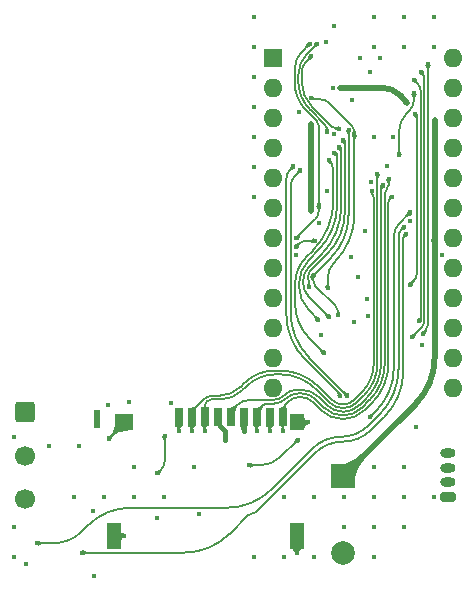
<source format=gbr>
%TF.GenerationSoftware,KiCad,Pcbnew,9.0.2*%
%TF.CreationDate,2025-08-18T09:53:05+06:00*%
%TF.ProjectId,hp3478a-ch32-ext,68703334-3738-4612-9d63-6833322d6578,rev?*%
%TF.SameCoordinates,Original*%
%TF.FileFunction,Copper,L4,Bot*%
%TF.FilePolarity,Positive*%
%FSLAX46Y46*%
G04 Gerber Fmt 4.6, Leading zero omitted, Abs format (unit mm)*
G04 Created by KiCad (PCBNEW 9.0.2) date 2025-08-18 09:53:05*
%MOMM*%
%LPD*%
G01*
G04 APERTURE LIST*
G04 Aperture macros list*
%AMRoundRect*
0 Rectangle with rounded corners*
0 $1 Rounding radius*
0 $2 $3 $4 $5 $6 $7 $8 $9 X,Y pos of 4 corners*
0 Add a 4 corners polygon primitive as box body*
4,1,4,$2,$3,$4,$5,$6,$7,$8,$9,$2,$3,0*
0 Add four circle primitives for the rounded corners*
1,1,$1+$1,$2,$3*
1,1,$1+$1,$4,$5*
1,1,$1+$1,$6,$7*
1,1,$1+$1,$8,$9*
0 Add four rect primitives between the rounded corners*
20,1,$1+$1,$2,$3,$4,$5,0*
20,1,$1+$1,$4,$5,$6,$7,0*
20,1,$1+$1,$6,$7,$8,$9,0*
20,1,$1+$1,$8,$9,$2,$3,0*%
G04 Aperture macros list end*
%TA.AperFunction,ComponentPad*%
%ADD10RoundRect,0.250000X-0.600000X0.600000X-0.600000X-0.600000X0.600000X-0.600000X0.600000X0.600000X0*%
%TD*%
%TA.AperFunction,ComponentPad*%
%ADD11C,1.700000*%
%TD*%
%TA.AperFunction,HeatsinkPad*%
%ADD12C,0.600000*%
%TD*%
%TA.AperFunction,HeatsinkPad*%
%ADD13R,0.500000X1.600000*%
%TD*%
%TA.AperFunction,ComponentPad*%
%ADD14RoundRect,0.200000X0.450000X-0.200000X0.450000X0.200000X-0.450000X0.200000X-0.450000X-0.200000X0*%
%TD*%
%TA.AperFunction,ComponentPad*%
%ADD15O,1.300000X0.800000*%
%TD*%
%TA.AperFunction,ComponentPad*%
%ADD16R,1.600000X1.600000*%
%TD*%
%TA.AperFunction,ComponentPad*%
%ADD17O,1.600000X1.600000*%
%TD*%
%TA.AperFunction,ComponentPad*%
%ADD18R,2.000000X2.000000*%
%TD*%
%TA.AperFunction,ComponentPad*%
%ADD19C,2.000000*%
%TD*%
%TA.AperFunction,SMDPad,CuDef*%
%ADD20R,0.700000X1.600000*%
%TD*%
%TA.AperFunction,SMDPad,CuDef*%
%ADD21R,1.200000X2.200000*%
%TD*%
%TA.AperFunction,SMDPad,CuDef*%
%ADD22R,1.600000X1.400000*%
%TD*%
%TA.AperFunction,SMDPad,CuDef*%
%ADD23R,1.200000X1.400000*%
%TD*%
%TA.AperFunction,ViaPad*%
%ADD24C,0.450000*%
%TD*%
%TA.AperFunction,Conductor*%
%ADD25C,0.300000*%
%TD*%
%TA.AperFunction,Conductor*%
%ADD26C,0.400000*%
%TD*%
%TA.AperFunction,Conductor*%
%ADD27C,0.160000*%
%TD*%
%TA.AperFunction,Conductor*%
%ADD28C,0.500000*%
%TD*%
G04 APERTURE END LIST*
D10*
%TO.P,J2,1,Pin_1*%
%TO.N,VCC*%
X30000000Y-73000000D03*
D11*
%TO.P,J2,2,Pin_2*%
%TO.N,VDD*%
X30000000Y-76700000D03*
%TO.P,J2,3,Pin_3*%
%TO.N,GND*%
X30000000Y-80400000D03*
%TD*%
D12*
%TO.P,U2,7,PAD*%
%TO.N,GND*%
X36112500Y-74050000D03*
D13*
X36112500Y-73550000D03*
D12*
X36112500Y-73050000D03*
%TD*%
D14*
%TO.P,J4,1,Pin_1*%
%TO.N,/VBUS*%
X65755000Y-80200000D03*
D15*
%TO.P,J4,2,Pin_2*%
%TO.N,/USB_IN_D_N*%
X65755000Y-78950000D03*
%TO.P,J4,3,Pin_3*%
%TO.N,/USB_IN_D_P*%
X65755000Y-77700000D03*
%TO.P,J4,4,Pin_4*%
%TO.N,GND*%
X65755000Y-76450000D03*
%TD*%
D16*
%TO.P,J1,1,SHIELD*%
%TO.N,unconnected-(J1-SHIELD-Pad1)*%
X51000000Y-43000000D03*
D17*
%TO.P,J1,2,ATN*%
%TO.N,Net-(J1-ATN)*%
X51000000Y-45540000D03*
%TO.P,J1,3,SRQ*%
%TO.N,Net-(J1-SRQ)*%
X51000000Y-48080000D03*
%TO.P,J1,4,IFC*%
%TO.N,Net-(J1-IFC)*%
X51000000Y-50620000D03*
%TO.P,J1,5,NDAC*%
%TO.N,Net-(J1-NDAC)*%
X51000000Y-53160000D03*
%TO.P,J1,6,NRFD*%
%TO.N,Net-(J1-NRFD)*%
X51000000Y-55700000D03*
%TO.P,J1,7,DAV*%
%TO.N,Net-(J1-DAV)*%
X51000000Y-58240000D03*
%TO.P,J1,8,EOI*%
%TO.N,Net-(J1-EOI)*%
X51000000Y-60780000D03*
%TO.P,J1,9,DIO4*%
%TO.N,Net-(J1-DIO4)*%
X51000000Y-63320000D03*
%TO.P,J1,10,DIO3*%
%TO.N,Net-(J1-DIO3)*%
X51000000Y-65860000D03*
%TO.P,J1,11,DIO2*%
%TO.N,Net-(J1-DIO2)*%
X51000000Y-68400000D03*
%TO.P,J1,12,DIO1*%
%TO.N,Net-(J1-DIO1)*%
X51000000Y-70940000D03*
%TO.P,J1,13,DIO5*%
%TO.N,Net-(J1-DIO5)*%
X66240000Y-70940000D03*
%TO.P,J1,14,DIO6*%
%TO.N,Net-(J1-DIO6)*%
X66240000Y-68400000D03*
%TO.P,J1,15,DIO7*%
%TO.N,Net-(J1-DIO7)*%
X66240000Y-65860000D03*
%TO.P,J1,16,DIO8*%
%TO.N,Net-(J1-DIO8)*%
X66240000Y-63320000D03*
%TO.P,J1,17,REN*%
%TO.N,Net-(J1-REN)*%
X66240000Y-60780000D03*
%TO.P,J1,18,G_DAV*%
%TO.N,GND*%
X66240000Y-58240000D03*
%TO.P,J1,19,G_NRFD*%
X66240000Y-55700000D03*
%TO.P,J1,20,G_NDAC*%
X66240000Y-53160000D03*
%TO.P,J1,21,G_IFC*%
X66240000Y-50620000D03*
%TO.P,J1,22,G_SRQ*%
X66240000Y-48080000D03*
%TO.P,J1,23,G_ATN*%
X66240000Y-45540000D03*
%TO.P,J1,24,G_SIG*%
X66240000Y-43000000D03*
%TD*%
D18*
%TO.P,BZ1,1,+*%
%TO.N,VDD*%
X56900000Y-78450000D03*
D19*
%TO.P,BZ1,2,-*%
%TO.N,Net-(BZ1--)*%
X56900000Y-84950000D03*
%TD*%
D20*
%TO.P,J5,1,DAT2*%
%TO.N,Net-(J5-DAT2)*%
X42984968Y-73378145D03*
%TO.P,J5,2,DAT3/CD*%
%TO.N,/SPI1_NSS*%
X44084968Y-73378145D03*
%TO.P,J5,3,CMD*%
%TO.N,/SPI1_MOSI*%
X45184968Y-73378145D03*
%TO.P,J5,4,VDD*%
%TO.N,VDD*%
X46284968Y-73378145D03*
%TO.P,J5,5,CLK*%
%TO.N,/SPI1_SCK*%
X47384968Y-73378145D03*
%TO.P,J5,6,VSS*%
%TO.N,GND*%
X48484968Y-73378145D03*
%TO.P,J5,7,DAT0*%
%TO.N,/SPI1_MISO*%
X49584968Y-73378145D03*
%TO.P,J5,8,DAT1*%
%TO.N,Net-(J5-DAT1)*%
X50684968Y-73378145D03*
%TO.P,J5,9,DET*%
%TO.N,/CARD_DET*%
X51784968Y-73378145D03*
D21*
%TO.P,J5,10,SHIELD*%
%TO.N,GND*%
X37484968Y-83478145D03*
D22*
X38384968Y-73878145D03*
D23*
X52984968Y-73878145D03*
D21*
X52984968Y-83478145D03*
%TD*%
D24*
%TO.N,GND*%
X61145000Y-49750000D03*
X52925000Y-59700000D03*
X55000000Y-66500000D03*
X63600000Y-67300000D03*
X60600000Y-52200000D03*
X62600000Y-56850000D03*
X56160000Y-49495000D03*
X59300000Y-53500000D03*
X39200000Y-80180000D03*
X49360000Y-54780000D03*
X53978145Y-73878145D03*
X34120000Y-80180000D03*
X49360000Y-85260000D03*
X59520000Y-42080000D03*
X41740000Y-80180000D03*
X59520000Y-80180000D03*
X58200000Y-61600000D03*
X49360000Y-42080000D03*
X57800000Y-65400000D03*
X54440000Y-80180000D03*
X37050000Y-75250000D03*
X62060000Y-82720000D03*
X56100000Y-40300000D03*
X59520000Y-85260000D03*
X29040000Y-85260000D03*
X58800000Y-57700000D03*
X63100000Y-74300000D03*
X44280000Y-77640000D03*
X38750000Y-72150000D03*
X59520000Y-82720000D03*
X54863734Y-57013734D03*
X59520000Y-77640000D03*
X56980000Y-82720000D03*
X58350000Y-43000000D03*
X37000000Y-72400000D03*
X49360000Y-49700000D03*
X34575000Y-75875000D03*
X54440000Y-85260000D03*
X65300000Y-59700000D03*
X62060000Y-80180000D03*
X49360000Y-47160000D03*
X44700000Y-81600000D03*
X48484968Y-74584968D03*
X49360000Y-39540000D03*
X29040000Y-82720000D03*
X39200000Y-77640000D03*
X64600000Y-80180000D03*
X49360000Y-44620000D03*
X55430000Y-41630000D03*
X35700000Y-81400000D03*
X58900000Y-63400000D03*
X51900000Y-85260000D03*
X49360000Y-52240000D03*
X64600000Y-39540000D03*
X59000000Y-64900000D03*
X51900000Y-80180000D03*
X52984968Y-84900000D03*
X59200000Y-44200000D03*
X38378145Y-83478145D03*
X62060000Y-39540000D03*
X32000000Y-75900000D03*
X55550000Y-54250000D03*
X59520000Y-49700000D03*
X35850000Y-86900000D03*
X56980000Y-80180000D03*
X64600000Y-42080000D03*
X41175000Y-81975000D03*
X57700000Y-46600000D03*
X59520000Y-39540000D03*
X60050000Y-43000000D03*
X53200000Y-47600000D03*
X30100000Y-85900000D03*
X62060000Y-77640000D03*
X57545001Y-59902389D03*
X62060000Y-42080000D03*
X36660000Y-80180000D03*
X29040000Y-75100000D03*
X42325000Y-72225000D03*
%TO.N,/EOI*%
X56600000Y-50600000D03*
X55705118Y-64950000D03*
%TO.N,/DIO7*%
X63334000Y-65300000D03*
X62900000Y-44850000D03*
%TO.N,/DIO5*%
X63671734Y-66371734D03*
X64100000Y-43550000D03*
%TO.N,/DIO6*%
X62750000Y-66650000D03*
X63500000Y-44200000D03*
%TO.N,/DIO8*%
X62550000Y-62250000D03*
X63023000Y-47800000D03*
%TO.N,/DAV*%
X54000000Y-62400000D03*
X56915000Y-50000000D03*
%TO.N,/DIO3*%
X55700000Y-51700000D03*
X55275000Y-67975000D03*
%TO.N,/BUZZ*%
X54508356Y-58508356D03*
X52934000Y-59000000D03*
X48950000Y-77500000D03*
X53050000Y-75350000D03*
%TO.N,/DIO4*%
X54802062Y-65197938D03*
X56175734Y-51055000D03*
%TO.N,/NDAC*%
X55600000Y-62500000D03*
X57870000Y-49500000D03*
X54200000Y-46400000D03*
%TO.N,/NRFD*%
X57370000Y-49100000D03*
X56500000Y-64800000D03*
X54342158Y-61474626D03*
%TO.N,/USBFS_DP*%
X57277280Y-71622720D03*
X53300000Y-52500000D03*
%TO.N,/USBFS_DN*%
X56655546Y-71644454D03*
X52700000Y-52200000D03*
%TO.N,/SPI1_SCK*%
X60300000Y-53800000D03*
%TO.N,/I2C_SCL*%
X62255000Y-57900000D03*
X34800000Y-84900000D03*
%TO.N,VDD*%
X56050000Y-45550000D03*
X64600000Y-58500000D03*
X46920000Y-74600000D03*
X46920000Y-75400000D03*
X56650000Y-45550000D03*
X54200000Y-56000000D03*
X64650000Y-48300000D03*
X62350000Y-46800000D03*
X54200000Y-48599999D03*
%TO.N,/nRST*%
X41175000Y-78200000D03*
X41800000Y-75000000D03*
X54850000Y-55500000D03*
X52934000Y-58300000D03*
X54063621Y-41800000D03*
%TO.N,/VBUS*%
X62600000Y-56100000D03*
X59150000Y-73450000D03*
%TO.N,/SPI1_MISO*%
X49600000Y-74600000D03*
X60756000Y-53249000D03*
%TO.N,/SWDIO*%
X56600000Y-49000000D03*
X54186379Y-42886379D03*
%TO.N,/SWCLK*%
X54700000Y-41800000D03*
X55543933Y-49250000D03*
%TO.N,/BOOT1*%
X62910000Y-46010000D03*
X61650000Y-51250000D03*
%TO.N,/SPI1_NSS*%
X59350000Y-54250000D03*
X44100000Y-74600000D03*
%TO.N,/SPI1_MOSI*%
X59811000Y-52811000D03*
X45200000Y-74600000D03*
%TO.N,/I2C_SDA*%
X62100000Y-57300000D03*
X31000000Y-84100000D03*
%TO.N,/CARD_DET*%
X51800000Y-74600000D03*
X61050000Y-54755000D03*
%TO.N,Net-(J5-DAT2)*%
X43000000Y-74600000D03*
%TO.N,Net-(J5-DAT1)*%
X50700000Y-74600000D03*
%TD*%
D25*
%TO.N,GND*%
X53978145Y-73878145D02*
X52984968Y-73878145D01*
D26*
X48484968Y-74584968D02*
X48484968Y-73378145D01*
D25*
X52984968Y-84900000D02*
X52984968Y-83478145D01*
D27*
X38384968Y-73896588D02*
X38384968Y-73878145D01*
D25*
X38378145Y-83478145D02*
X37484968Y-83478145D01*
D27*
X37050000Y-75250000D02*
X38371926Y-73928073D01*
X38384968Y-73896588D02*
G75*
G02*
X38371941Y-73928088I-44568J-12D01*
G01*
%TO.N,/EOI*%
X55053263Y-59678817D02*
X54034855Y-60697226D01*
X56674000Y-50674000D02*
X56600000Y-50600000D01*
X55705118Y-64950000D02*
X54034810Y-63279692D01*
X56748000Y-55587357D02*
X56748000Y-50852651D01*
X53500000Y-61988482D02*
G75*
G03*
X54034824Y-63279678I1826000J-18D01*
G01*
X55053263Y-59678817D02*
G75*
G03*
X56747970Y-55587357I-4091463J4091417D01*
G01*
X53500000Y-61988482D02*
G75*
G02*
X54034867Y-60697238I1826100J-18D01*
G01*
X56674000Y-50674000D02*
G75*
G02*
X56747979Y-50852651I-178600J-178600D01*
G01*
%TO.N,/DIO7*%
X62900000Y-44850000D02*
X63189000Y-45139000D01*
X63478000Y-65054176D02*
X63478000Y-45836707D01*
X63406000Y-65228000D02*
X63334000Y-65300000D01*
X63478000Y-65054176D02*
G75*
G02*
X63406007Y-65228007I-245800J-24D01*
G01*
X63189000Y-45139000D02*
G75*
G02*
X63477997Y-45836707I-697700J-697700D01*
G01*
%TO.N,/DIO5*%
X64100000Y-43550000D02*
X64100000Y-65597170D01*
X63687102Y-66312897D02*
X63885867Y-66114133D01*
X63671734Y-66350000D02*
X63671734Y-66371734D01*
X64100000Y-65597170D02*
G75*
G02*
X63885883Y-66114149I-731100J-30D01*
G01*
X63671734Y-66350000D02*
G75*
G02*
X63687103Y-66312898I52466J0D01*
G01*
%TO.N,/DIO6*%
X63789000Y-65213924D02*
X63789000Y-44693353D01*
X63500000Y-44200000D02*
X63644500Y-44344500D01*
X62750000Y-66650000D02*
X63508225Y-65891775D01*
X63644500Y-44344500D02*
G75*
G02*
X63789019Y-44693353I-348900J-348900D01*
G01*
X63789000Y-65213924D02*
G75*
G02*
X63508208Y-65891758I-958600J24D01*
G01*
%TO.N,/DIO8*%
X63167000Y-48045823D02*
X63167000Y-61196715D01*
X62550000Y-62250000D02*
X62858500Y-61941500D01*
X63023000Y-47800000D02*
X63095000Y-47872000D01*
X63167000Y-48045823D02*
G75*
G03*
X63095007Y-47871993I-245800J23D01*
G01*
X63167000Y-61196715D02*
G75*
G02*
X62858496Y-61941496I-1053300J15D01*
G01*
%TO.N,/DAV*%
X56987000Y-50072000D02*
X56915000Y-50000000D01*
X54096146Y-61075755D02*
X55574458Y-59597444D01*
X57059000Y-56013445D02*
X57059000Y-50245823D01*
X54000000Y-61857781D02*
X54000000Y-62400000D01*
X54000000Y-61857781D02*
G75*
G03*
X53943074Y-61720434I-194200J-19D01*
G01*
X54096146Y-61075755D02*
G75*
G03*
X53886165Y-61583009I506954J-506945D01*
G01*
X57059000Y-56013445D02*
G75*
G02*
X55574456Y-59597442I-5068540J5D01*
G01*
X53886158Y-61583009D02*
G75*
G03*
X53943083Y-61720425I194342J9D01*
G01*
X56987000Y-50072000D02*
G75*
G02*
X57058990Y-50245823I-173800J-173800D01*
G01*
%TO.N,/DIO3*%
X55719445Y-51774445D02*
X55894500Y-51949500D01*
X55275000Y-67975000D02*
X54057000Y-66757000D01*
X56089000Y-52419064D02*
X56089000Y-55069422D01*
X52839001Y-63816489D02*
X52839001Y-62178488D01*
X54320024Y-59340157D02*
X53798738Y-59861451D01*
X55700000Y-51727500D02*
X55700000Y-51700000D01*
X52839001Y-63816489D02*
G75*
G03*
X54056997Y-66757003I4158499J-11D01*
G01*
X56089000Y-52419064D02*
G75*
G03*
X55894490Y-51949510I-664100J-36D01*
G01*
X53798738Y-59861451D02*
G75*
G03*
X52838989Y-62178488I2317062J-2317049D01*
G01*
X54320024Y-59340157D02*
G75*
G03*
X56089010Y-55069422I-4270824J4270757D01*
G01*
X55700000Y-51727500D02*
G75*
G03*
X55719443Y-51774447I66400J0D01*
G01*
%TO.N,/BUZZ*%
X48950000Y-77500000D02*
X49925000Y-77500000D01*
X52955656Y-58994343D02*
X53195822Y-58754178D01*
X53050000Y-75350000D02*
X51589429Y-76810570D01*
X53789288Y-58508356D02*
X54508356Y-58508356D01*
X52934000Y-59000000D02*
X52942000Y-59000000D01*
X53195822Y-58754178D02*
G75*
G02*
X53789288Y-58508335I593478J-593422D01*
G01*
X49925000Y-77500000D02*
G75*
G03*
X51589438Y-76810579I0J2353900D01*
G01*
X52955656Y-58994343D02*
G75*
G02*
X52942000Y-59000003I-13656J13643D01*
G01*
%TO.N,/DIO4*%
X56400000Y-51437846D02*
X56400000Y-55446036D01*
X56287867Y-51167133D02*
X56175734Y-51055000D01*
X54806207Y-59293792D02*
X54067780Y-60032218D01*
X54802062Y-65197938D02*
X54067781Y-64463657D01*
X54067781Y-64463657D02*
G75*
G02*
X53149973Y-62247938I2215719J2215757D01*
G01*
X53150000Y-62247938D02*
G75*
G02*
X54067762Y-60032200I3133500J38D01*
G01*
X56287867Y-51167133D02*
G75*
G02*
X56399952Y-51437846I-270767J-270667D01*
G01*
X56400000Y-55446036D02*
G75*
G02*
X54806206Y-59293791I-5441560J6D01*
G01*
%TO.N,/NDAC*%
X57870000Y-49500000D02*
X57870000Y-49227559D01*
X54857441Y-46500000D02*
X54370710Y-46500000D01*
X57870000Y-56219732D02*
X57870000Y-49500000D01*
X55600000Y-62500000D02*
X55600000Y-61700000D01*
X54250000Y-46450000D02*
X54200000Y-46400000D01*
X57677355Y-48762473D02*
X55809052Y-46894170D01*
X55809052Y-46894170D02*
G75*
G03*
X54857441Y-46499976I-951652J-951630D01*
G01*
X56165685Y-60334314D02*
G75*
G03*
X57870022Y-56219732I-4114585J4114614D01*
G01*
X54250000Y-46450000D02*
G75*
G03*
X54370710Y-46499996I120700J120700D01*
G01*
X57677355Y-48762473D02*
G75*
G02*
X57870038Y-49227559I-465055J-465127D01*
G01*
X56165685Y-60334314D02*
G75*
G03*
X55600008Y-61700000I1365715J-1365686D01*
G01*
%TO.N,/NRFD*%
X55853077Y-59963707D02*
X54342158Y-61474626D01*
X54562298Y-62317416D02*
X56307355Y-64062473D01*
X57370000Y-49100000D02*
X57370000Y-56301531D01*
X54342158Y-61785951D02*
X54342158Y-61474626D01*
X56500000Y-64527559D02*
X56500000Y-64800000D01*
X55853077Y-59963707D02*
G75*
G03*
X57370022Y-56301531I-3662177J3662207D01*
G01*
X54342158Y-61785951D02*
G75*
G03*
X54562266Y-62317448I751642J-49D01*
G01*
X56500000Y-64527559D02*
G75*
G03*
X56307328Y-64062500I-657700J-41D01*
G01*
%TO.N,/USBFS_DP*%
X53300000Y-52500000D02*
X52880000Y-52920000D01*
X54053792Y-68399232D02*
X57277280Y-71622720D01*
X52460000Y-53933969D02*
X52460000Y-64551476D01*
X52460000Y-53933969D02*
G75*
G02*
X52880009Y-52920009I1434000J-31D01*
G01*
X52460000Y-64551476D02*
G75*
G03*
X54053770Y-68399254I5441600J-24D01*
G01*
%TO.N,/USBFS_DN*%
X56655546Y-71577280D02*
X56655546Y-71644454D01*
X52700000Y-52200000D02*
X52400000Y-52500000D01*
X53693792Y-68548352D02*
X56608046Y-71462606D01*
X52100000Y-64700596D02*
X52100000Y-53224264D01*
X52100000Y-53224264D02*
G75*
G02*
X52400011Y-52500011I1024300J-36D01*
G01*
X52100000Y-64700596D02*
G75*
G03*
X53693780Y-68548364I5441600J-4D01*
G01*
X56655546Y-71577280D02*
G75*
G03*
X56608031Y-71462621I-162146J-20D01*
G01*
%TO.N,/SPI1_SCK*%
X51002591Y-71971000D02*
X49018916Y-71971000D01*
X47863540Y-72449572D02*
X47544066Y-72769045D01*
X58300208Y-72399791D02*
X58921998Y-71778000D01*
X53304285Y-71100000D02*
X53015890Y-71100000D01*
X51964500Y-71535500D02*
X51901227Y-71598773D01*
X54847996Y-71739426D02*
X55508361Y-72399791D01*
X47384968Y-73153145D02*
X47384968Y-73378145D01*
X60300000Y-53800000D02*
X60211000Y-53889000D01*
X60122000Y-68880942D02*
X60122000Y-54103865D01*
X51964500Y-71535500D02*
G75*
G02*
X53015890Y-71099996I1051400J-1051400D01*
G01*
X54847996Y-71739426D02*
G75*
G03*
X53304285Y-71100000I-1543696J-1543674D01*
G01*
X60122000Y-54103865D02*
G75*
G02*
X60211010Y-53889010I303900J-35D01*
G01*
X47863540Y-72449572D02*
G75*
G02*
X49018916Y-71970997I1155360J-1155328D01*
G01*
X56904285Y-72978002D02*
G75*
G02*
X55508375Y-72399777I15J1974102D01*
G01*
X60122000Y-68880942D02*
G75*
G02*
X58921986Y-71777988I-4097100J42D01*
G01*
X47544066Y-72769045D02*
G75*
G03*
X47385008Y-73153145I384134J-384055D01*
G01*
X51002591Y-71971000D02*
G75*
G03*
X51901239Y-71598785I9J1270900D01*
G01*
X56904285Y-72978002D02*
G75*
G03*
X58300209Y-72399792I15J1974102D01*
G01*
%TO.N,/I2C_SCL*%
X47293792Y-83306206D02*
X48858580Y-81741419D01*
X62000000Y-58335312D02*
X62000000Y-69546036D01*
X59289949Y-74510050D02*
X60406207Y-73393792D01*
X54510050Y-76489949D02*
X49541399Y-81458600D01*
X62255000Y-57900000D02*
X62127500Y-58027500D01*
X34800000Y-84900000D02*
X43446036Y-84900000D01*
X47293792Y-83306206D02*
G75*
G02*
X43446036Y-84900010I-3847792J3847806D01*
G01*
X49200000Y-81600000D02*
G75*
G03*
X49541391Y-81458592I0J482800D01*
G01*
X59289949Y-74510050D02*
G75*
G02*
X56900000Y-75499999I-2389949J2389950D01*
G01*
X49200000Y-81600000D02*
G75*
G03*
X48858589Y-81741428I0J-482800D01*
G01*
X62000000Y-69546036D02*
G75*
G02*
X60406206Y-73393791I-5441560J6D01*
G01*
X54510050Y-76489949D02*
G75*
G02*
X56900000Y-75500000I2389950J-2389951D01*
G01*
X62000000Y-58335312D02*
G75*
G02*
X62127496Y-58027496I435300J12D01*
G01*
D28*
%TO.N,VDD*%
X64650000Y-68446036D02*
X64650000Y-58585355D01*
X61725000Y-46175000D02*
X62350000Y-46800000D01*
D26*
X46920000Y-75400000D02*
X46920000Y-74600000D01*
D28*
X64600000Y-58500000D02*
X64625000Y-58475000D01*
D26*
X46284968Y-73671556D02*
X46284968Y-73378145D01*
D28*
X60216116Y-45550000D02*
X56650000Y-45550000D01*
X63056207Y-72293792D02*
X56900000Y-78450000D01*
X64600000Y-58500000D02*
X64625000Y-58525000D01*
X54200000Y-56000000D02*
X54200000Y-48599999D01*
D26*
X46492441Y-74172441D02*
X46920000Y-74600000D01*
D28*
X64650000Y-48300000D02*
X64650000Y-58414644D01*
D26*
X46492441Y-74172441D02*
G75*
G02*
X46284991Y-73671556I500859J500841D01*
G01*
D28*
X64625000Y-58525000D02*
G75*
G02*
X64650018Y-58585355I-60400J-60400D01*
G01*
X60216116Y-45550000D02*
G75*
G02*
X61724995Y-46175005I-16J-2133900D01*
G01*
X64650000Y-58414644D02*
G75*
G02*
X64624987Y-58474987I-85400J44D01*
G01*
X64650000Y-68446036D02*
G75*
G02*
X63056206Y-72293791I-5441560J6D01*
G01*
D27*
%TO.N,/nRST*%
X54850000Y-55500000D02*
X54850000Y-48775924D01*
X54063621Y-41800000D02*
X54049240Y-41814380D01*
X54537458Y-56696541D02*
X52934000Y-58300000D01*
X54850000Y-55500000D02*
X54850000Y-55942000D01*
X54023517Y-41876482D02*
X53418189Y-42481810D01*
X53825000Y-47525000D02*
X54690248Y-48390248D01*
X41800000Y-77133058D02*
X41800000Y-75000000D01*
X41487500Y-77887500D02*
X41175000Y-78200000D01*
X52800000Y-43974251D02*
X52800000Y-45050431D01*
X52800000Y-43974251D02*
G75*
G02*
X53418220Y-42481841I2110600J-49D01*
G01*
X54036379Y-41845431D02*
G75*
G02*
X54023495Y-41876460I-43879J31D01*
G01*
X41800000Y-77133058D02*
G75*
G02*
X41487533Y-77887533I-1067000J-42D01*
G01*
X54537458Y-56696541D02*
G75*
G03*
X54849994Y-55942000I-754558J754541D01*
G01*
X54036379Y-41845431D02*
G75*
G02*
X54049223Y-41814363I43921J31D01*
G01*
X53825000Y-47525000D02*
G75*
G02*
X52799987Y-45050431I2474600J2474600D01*
G01*
X54690248Y-48390248D02*
G75*
G02*
X54849991Y-48775924I-385648J-385652D01*
G01*
%TO.N,/VBUS*%
X62600000Y-56100000D02*
X61649500Y-57050500D01*
X61199000Y-58138103D02*
X61199000Y-69294460D01*
X59709452Y-72890548D02*
X59150000Y-73450000D01*
X61649500Y-57050500D02*
G75*
G03*
X61199001Y-58138103I1087600J-1087600D01*
G01*
X61199000Y-69294460D02*
G75*
G02*
X59709453Y-72890549I-5085640J0D01*
G01*
%TO.N,/SPI1_MISO*%
X49584968Y-73678839D02*
X49584968Y-73723120D01*
X49600000Y-74600000D02*
X49592484Y-74592484D01*
X53144709Y-71411000D02*
X53304285Y-71411000D01*
X59141909Y-71997910D02*
X58520119Y-72619700D01*
X49584968Y-73862549D02*
X49584968Y-74046260D01*
X49584968Y-73152622D02*
X49584968Y-73182691D01*
X49584968Y-74046260D02*
X49584968Y-74099811D01*
X49584968Y-73242831D02*
X49584968Y-73272901D01*
X49755067Y-72726932D02*
X49892484Y-72589516D01*
X49584968Y-73152622D02*
X49584968Y-73137588D01*
X49584968Y-74396390D02*
X49584968Y-74515022D01*
X51041931Y-72281999D02*
X50634893Y-72281999D01*
X49584968Y-74574338D02*
X49584968Y-74515022D01*
X60433000Y-68880942D02*
X60433000Y-54540277D01*
X49584968Y-73272901D02*
X49584968Y-73318005D01*
X60756000Y-53249000D02*
X60756000Y-53760486D01*
X54628086Y-71959336D02*
X55288450Y-72619700D01*
X49584968Y-73786552D02*
X49584968Y-73862549D01*
X49584968Y-73438283D02*
X49584968Y-73558561D01*
X49584968Y-74099811D02*
X49584968Y-74337074D01*
X49584968Y-73182691D02*
X49584968Y-73212761D01*
X49584968Y-73212761D02*
X49584968Y-73242831D01*
X49584968Y-73754836D02*
X49584968Y-73786552D01*
X49584968Y-74396390D02*
X49584968Y-74337074D01*
X49584968Y-73318005D02*
X49584968Y-73438283D01*
X49584968Y-73558561D02*
X49584968Y-73678839D01*
X49584968Y-73723120D02*
X49584968Y-73754836D01*
X53144709Y-71411000D02*
G75*
G03*
X52093313Y-71846492I-9J-1486900D01*
G01*
X55288450Y-72619700D02*
G75*
G03*
X56904285Y-73289022I1615850J1615800D01*
G01*
X54628086Y-71959336D02*
G75*
G03*
X53304285Y-71410999I-1323786J-1323764D01*
G01*
X60594500Y-54150382D02*
G75*
G03*
X60432985Y-54540277I389900J-389918D01*
G01*
X51041931Y-72281999D02*
G75*
G03*
X52093307Y-71846486I-31J1486899D01*
G01*
X49755067Y-72726932D02*
G75*
G03*
X49584952Y-73137588I410633J-410668D01*
G01*
X49584968Y-74574338D02*
G75*
G03*
X49592509Y-74592459I25632J38D01*
G01*
X50634893Y-72281999D02*
G75*
G03*
X49892492Y-72589524I7J-1049901D01*
G01*
X56904285Y-73289001D02*
G75*
G03*
X58520120Y-72619701I15J2285101D01*
G01*
X60433000Y-68880942D02*
G75*
G02*
X59141909Y-71997910I-4408060J2D01*
G01*
X60594500Y-54150382D02*
G75*
G03*
X60755989Y-53760486I-389900J389882D01*
G01*
%TO.N,/SWDIO*%
X56350000Y-49000000D02*
X56600000Y-49000000D01*
X53400000Y-44220698D02*
X53400000Y-45000000D01*
X54186379Y-42886379D02*
X54146010Y-42926747D01*
X54126747Y-42973252D02*
X53768189Y-43331810D01*
X55923223Y-48823223D02*
X54319238Y-47219238D01*
X56350000Y-49000000D02*
G75*
G02*
X55923213Y-48823233I0J603600D01*
G01*
X54319238Y-47219238D02*
G75*
G02*
X53400007Y-45000000I2219262J2219238D01*
G01*
X54146010Y-42926747D02*
G75*
G03*
X54136389Y-42950000I23290J-23253D01*
G01*
X54126747Y-42973252D02*
G75*
G03*
X54136380Y-42950000I-23247J23252D01*
G01*
X53400000Y-44220698D02*
G75*
G02*
X53768186Y-43331807I1257100J-2D01*
G01*
%TO.N,/SWCLK*%
X55543933Y-49046966D02*
X55543933Y-49250000D01*
X53100000Y-44900000D02*
X53100000Y-44531370D01*
X54700000Y-41800000D02*
X53900000Y-42600000D01*
X54160660Y-47460660D02*
X55400366Y-48700366D01*
X53900000Y-42600000D02*
G75*
G03*
X53099988Y-44531370I1931400J-1931400D01*
G01*
X55543933Y-49046966D02*
G75*
G03*
X55400342Y-48700390I-490133J-34D01*
G01*
X54160660Y-47460660D02*
G75*
G02*
X53099994Y-44900000I2560640J2560660D01*
G01*
%TO.N,/BOOT1*%
X62518162Y-47481837D02*
X62275000Y-47725000D01*
X62910000Y-46010000D02*
X62905000Y-46015000D01*
X62900000Y-46560000D02*
X62900000Y-46027071D01*
X61650000Y-51250000D02*
X61650000Y-49233883D01*
X62275000Y-47725000D02*
G75*
G03*
X61649993Y-49233883I1508900J-1508900D01*
G01*
X62905000Y-46015000D02*
G75*
G03*
X62899988Y-46027071I12100J-12100D01*
G01*
X62900000Y-46560000D02*
G75*
G02*
X62518168Y-47481843I-1303700J0D01*
G01*
%TO.N,/SPI1_NSS*%
X44710927Y-72302180D02*
X44581187Y-72431921D01*
X44907669Y-72105440D02*
X44840670Y-72172438D01*
X44989821Y-72023288D02*
X44957386Y-72055723D01*
X44394812Y-72618296D02*
X44361313Y-72651796D01*
X44760112Y-72252994D02*
X44710927Y-72302180D01*
X44084968Y-74564517D02*
X44084968Y-73153145D01*
X44518445Y-72494663D02*
X44514188Y-72498920D01*
X57860386Y-71959973D02*
X58482178Y-71338182D01*
X44791484Y-72221623D02*
X44760112Y-72252994D01*
X55948183Y-71959973D02*
X54844121Y-70855911D01*
X51544105Y-69489000D02*
X51103702Y-69489000D01*
X59300000Y-54335355D02*
X59300000Y-54400000D01*
X48237825Y-70862174D02*
X48555499Y-70544499D01*
X44509931Y-72503176D02*
X44394812Y-72618296D01*
X59350000Y-54250000D02*
X59325000Y-54275000D01*
X44514188Y-72498920D02*
X44509931Y-72503176D01*
X44989821Y-72023288D02*
X45006571Y-72006539D01*
X44822855Y-72190252D02*
X44791484Y-72221623D01*
X44244067Y-72769045D02*
X44260816Y-72752295D01*
X44096242Y-74596242D02*
X44100000Y-74600000D01*
X45028550Y-71984561D02*
X45039540Y-71973572D01*
X44822855Y-72190252D02*
X44840670Y-72172438D01*
X45028550Y-71984561D02*
X45006571Y-72006539D01*
X59370710Y-54570710D02*
X59400000Y-54600000D01*
X44294315Y-72718794D02*
X44327814Y-72685295D01*
X46456556Y-71600000D02*
X45941424Y-71600000D01*
X44518445Y-72494663D02*
X44581187Y-72431921D01*
X44361313Y-72651796D02*
X44327814Y-72685295D01*
X44957386Y-72055723D02*
X44924951Y-72088158D01*
X59500000Y-68880942D02*
X59500000Y-54841421D01*
X44924951Y-72088158D02*
X44907669Y-72105440D01*
X44090450Y-74587573D02*
X44088726Y-74583411D01*
X44294315Y-72718794D02*
X44260816Y-72752295D01*
X44090450Y-74587573D02*
G75*
G03*
X44096243Y-74596241I24750J10273D01*
G01*
X44084968Y-74564517D02*
G75*
G03*
X44088735Y-74583407I49332J17D01*
G01*
X48555499Y-70544499D02*
G75*
G02*
X51103702Y-69489000I2548201J-2548201D01*
G01*
X45941424Y-71600000D02*
G75*
G03*
X45039519Y-71973551I-24J-1275500D01*
G01*
X51544105Y-69489000D02*
G75*
G02*
X54844113Y-70855919I-5J-4666900D01*
G01*
X59500000Y-68880942D02*
G75*
G02*
X58482165Y-71338169I-3475100J42D01*
G01*
X46456556Y-71600000D02*
G75*
G03*
X48237848Y-70862197I44J2519100D01*
G01*
X56904285Y-72356004D02*
G75*
G02*
X55948196Y-71959960I15J1352104D01*
G01*
X59500000Y-54841421D02*
G75*
G03*
X59400006Y-54599994I-341400J21D01*
G01*
X59300000Y-54400000D02*
G75*
G03*
X59370714Y-54570706I241400J0D01*
G01*
X59300000Y-54335355D02*
G75*
G02*
X59325013Y-54275013I85400J-45D01*
G01*
X44084968Y-73153145D02*
G75*
G02*
X44244038Y-72769016I543232J45D01*
G01*
X56904285Y-72356004D02*
G75*
G03*
X57860388Y-71959975I15J1352104D01*
G01*
%TO.N,/SPI1_MOSI*%
X45184968Y-74393499D02*
X45184968Y-74433920D01*
X45184968Y-74514234D02*
X45184968Y-74554303D01*
X45184968Y-73689301D02*
X45184968Y-73850984D01*
X45184968Y-72633879D02*
X45184968Y-72605503D01*
X45184968Y-72869124D02*
X45184968Y-72860890D01*
X45184968Y-72633879D02*
X45184968Y-72709550D01*
X45184968Y-73209634D02*
X45184968Y-73377439D01*
X45184968Y-72869124D02*
X45184968Y-72928326D01*
X45184968Y-72785220D02*
X45184968Y-72860890D01*
X58702088Y-71558091D02*
X58080297Y-72179882D01*
X45184968Y-73041829D02*
X45184968Y-73209634D01*
X45192484Y-74592484D02*
X45200000Y-74600000D01*
X48684320Y-70855499D02*
X48366646Y-71173172D01*
X45184968Y-72548752D02*
X45184968Y-72567669D01*
X45184968Y-72709550D02*
X45184968Y-72785220D01*
X45184968Y-74094036D02*
X45184968Y-74095091D01*
X51232521Y-69800000D02*
X51544104Y-69800000D01*
X45184968Y-74433920D02*
X45184968Y-74474341D01*
X45184968Y-72928326D02*
X45184968Y-72987528D01*
X45184968Y-74174350D02*
X45184968Y-74333923D01*
X45184968Y-73850984D02*
X45184968Y-74012667D01*
X45184968Y-72567669D02*
X45184968Y-72586586D01*
X45184968Y-74574338D02*
X45184968Y-74554303D01*
X45184968Y-74474341D02*
X45184968Y-74514234D01*
X45184968Y-74393499D02*
X45184968Y-74333923D01*
X46585377Y-71910999D02*
X45794345Y-71910999D01*
X45184968Y-74092981D02*
X45184968Y-74012667D01*
X45184968Y-72529835D02*
X45184968Y-72548752D01*
X45184968Y-72987528D02*
X45184968Y-73041829D01*
X45184968Y-73689301D02*
X45184968Y-73545244D01*
X45184968Y-74092981D02*
X45184968Y-74094036D01*
X45184968Y-72529835D02*
X45184968Y-72520377D01*
X45184968Y-72586586D02*
X45184968Y-72605503D01*
X59811000Y-68880942D02*
X59811000Y-52811000D01*
X45184968Y-74095091D02*
X45184968Y-74174350D01*
X45184968Y-73377439D02*
X45184968Y-73545244D01*
X54624209Y-71075821D02*
X55728270Y-72179882D01*
X45363450Y-72089482D02*
G75*
G03*
X45184938Y-72520377I430850J-430918D01*
G01*
X45192484Y-74592484D02*
G75*
G02*
X45184932Y-74574338I18116J18184D01*
G01*
X45363450Y-72089482D02*
G75*
G02*
X45794345Y-71911038I430850J-430918D01*
G01*
X48366646Y-71173172D02*
G75*
G02*
X46585377Y-71910981I-1781246J1781272D01*
G01*
X55728270Y-72179882D02*
G75*
G03*
X56904284Y-72667024I1176030J1175982D01*
G01*
X54624209Y-71075821D02*
G75*
G03*
X51544104Y-69799989I-3080109J-3080079D01*
G01*
X59811000Y-68880942D02*
G75*
G02*
X58702075Y-71558078I-3786100J42D01*
G01*
X58080297Y-72179882D02*
G75*
G02*
X56904284Y-72667000I-1175997J1175982D01*
G01*
X51232521Y-69800000D02*
G75*
G03*
X48684310Y-70855489I-21J-3603700D01*
G01*
%TO.N,/I2C_SDA*%
X54310050Y-76089949D02*
X50893792Y-79506207D01*
X34789949Y-83110050D02*
X35300000Y-82600000D01*
X61850000Y-57550000D02*
X62100000Y-57300000D01*
X32400000Y-84100000D02*
X31000000Y-84100000D01*
X61600000Y-58153553D02*
X61600000Y-69346036D01*
X38921320Y-81100000D02*
X47046036Y-81100000D01*
X60006207Y-73193792D02*
X59089949Y-74110050D01*
X50893792Y-79506207D02*
G75*
G02*
X47046036Y-81100010I-3847792J3847807D01*
G01*
X54310050Y-76089949D02*
G75*
G02*
X56700000Y-75100000I2389950J-2389951D01*
G01*
X56700000Y-75100000D02*
G75*
G03*
X59089950Y-74110051I0J3379900D01*
G01*
X38921320Y-81100000D02*
G75*
G03*
X35299994Y-82599994I-20J-5121300D01*
G01*
X60006207Y-73193792D02*
G75*
G03*
X61600010Y-69346036I-3847807J3847792D01*
G01*
X61850000Y-57550000D02*
G75*
G03*
X61600022Y-58153553I603500J-603500D01*
G01*
X32400000Y-84100000D02*
G75*
G03*
X34789950Y-83110051I0J3379900D01*
G01*
%TO.N,/CARD_DET*%
X51784968Y-73504496D02*
X51784968Y-73643528D01*
X52061967Y-72317672D02*
X52221304Y-72158336D01*
X51784968Y-74496951D02*
X51784968Y-74548542D01*
X61050000Y-54755000D02*
X61047500Y-54755000D01*
X51784968Y-74276599D02*
X51784968Y-74371910D01*
X51784968Y-74276599D02*
X51784968Y-74264796D01*
X51784968Y-74371910D02*
X51784968Y-74467221D01*
X51784968Y-73085653D02*
X51784968Y-73180964D01*
X51784968Y-74467221D02*
X51784968Y-74496951D01*
X51784968Y-73180964D02*
X51784968Y-73276275D01*
X60744000Y-55268839D02*
X60744000Y-68880942D01*
X51784968Y-73276275D02*
X51784968Y-73280210D01*
X55029380Y-72829380D02*
X54369018Y-72169018D01*
X51784968Y-73383390D02*
X51784968Y-73486570D01*
X51784968Y-73280210D02*
X51784968Y-73383390D01*
X51784968Y-74020837D02*
X51784968Y-74026960D01*
X51784968Y-73085653D02*
X51784968Y-73059858D01*
X58750259Y-72829380D02*
X59361820Y-72217820D01*
X51784968Y-73889674D02*
X51784968Y-73643528D01*
X51784968Y-74026960D02*
X51784968Y-74145878D01*
X61043232Y-54756767D02*
X60894499Y-54905499D01*
X51784968Y-72986408D02*
X51784968Y-73010891D01*
X51784968Y-73504496D02*
X51784968Y-73486570D01*
X51784968Y-73010891D02*
X51784968Y-73059858D01*
X51784968Y-73889674D02*
X51784968Y-74020837D01*
X51800000Y-74600000D02*
X51792484Y-74592484D01*
X51784968Y-74145878D02*
X51784968Y-74264796D01*
X51784968Y-74548542D02*
X51784968Y-74574338D01*
X53289820Y-71722000D02*
X53274712Y-71722000D01*
X53274712Y-71722000D02*
G75*
G03*
X52221307Y-72158339I-12J-1489700D01*
G01*
X51792484Y-74592484D02*
G75*
G02*
X51784932Y-74574338I18116J18184D01*
G01*
X61043232Y-54756767D02*
G75*
G02*
X61047500Y-54754989I4268J-4233D01*
G01*
X55029380Y-72829380D02*
G75*
G03*
X56889820Y-73599974I1860420J1860480D01*
G01*
X60744000Y-55268839D02*
G75*
G02*
X60894489Y-54905489I513800J39D01*
G01*
X58750259Y-72829380D02*
G75*
G02*
X56889820Y-73600001I-1860459J1860480D01*
G01*
X53289820Y-71722000D02*
G75*
G02*
X54369004Y-72169032I-20J-1526200D01*
G01*
X60744000Y-68880942D02*
G75*
G02*
X59361819Y-72217819I-4719060J2D01*
G01*
X52061967Y-72317672D02*
G75*
G03*
X51784972Y-72986408I668733J-668728D01*
G01*
%TO.N,Net-(J5-DAT2)*%
X42984968Y-74574338D02*
X42984968Y-73378145D01*
X42992484Y-74592484D02*
X43000000Y-74600000D01*
X42992484Y-74592484D02*
G75*
G02*
X42984932Y-74574338I18116J18184D01*
G01*
%TO.N,Net-(J5-DAT1)*%
X50684968Y-74574338D02*
X50684968Y-73378145D01*
X50692484Y-74592484D02*
X50700000Y-74600000D01*
X50692484Y-74592484D02*
G75*
G02*
X50684932Y-74574338I18116J18184D01*
G01*
%TD*%
%TA.AperFunction,Conductor*%
%TO.N,GND*%
G36*
X53583310Y-73296331D02*
G01*
X53586703Y-73303807D01*
X53589808Y-73349712D01*
X53589811Y-73349732D01*
X53603558Y-73415090D01*
X53603561Y-73415100D01*
X53603562Y-73415101D01*
X53628617Y-73482052D01*
X53628618Y-73482053D01*
X53662017Y-73540948D01*
X53662026Y-73540962D01*
X53706899Y-73597024D01*
X53706901Y-73597026D01*
X53706903Y-73597028D01*
X53757634Y-73643144D01*
X53757636Y-73643145D01*
X53757639Y-73643148D01*
X53757641Y-73643149D01*
X53815381Y-73681277D01*
X53815384Y-73681278D01*
X53815385Y-73681279D01*
X53874244Y-73708145D01*
X53968658Y-73726318D01*
X53976133Y-73731247D01*
X53978145Y-73737807D01*
X53978145Y-74016946D01*
X53974718Y-74025219D01*
X53966958Y-74028635D01*
X53957519Y-74029049D01*
X53902615Y-74039097D01*
X53844624Y-74060273D01*
X53844619Y-74060276D01*
X53738229Y-74129135D01*
X53655744Y-74224910D01*
X53655742Y-74224913D01*
X53603438Y-74341621D01*
X53588131Y-74454764D01*
X53583626Y-74462503D01*
X53574968Y-74464789D01*
X53568271Y-74461475D01*
X53235376Y-74129135D01*
X52992260Y-73886423D01*
X52988827Y-73878155D01*
X52992246Y-73869880D01*
X53566766Y-73296315D01*
X53575040Y-73292897D01*
X53583310Y-73296331D01*
G37*
%TD.AperFunction*%
%TD*%
%TA.AperFunction,Conductor*%
%TO.N,GND*%
G36*
X53931276Y-73661726D02*
G01*
X53936575Y-73668944D01*
X53936677Y-73669400D01*
X53978670Y-73875813D01*
X53978670Y-73880477D01*
X53936677Y-74086889D01*
X53931670Y-74094313D01*
X53922880Y-74096022D01*
X53922424Y-74095920D01*
X53780484Y-74061097D01*
X53780229Y-74061031D01*
X53724206Y-74045942D01*
X53724177Y-74045936D01*
X53646369Y-74032871D01*
X53646350Y-74032869D01*
X53543683Y-74028610D01*
X53535559Y-74024843D01*
X53532468Y-74016920D01*
X53532468Y-73739152D01*
X53535895Y-73730879D01*
X53543453Y-73727474D01*
X53630621Y-73722158D01*
X53679671Y-73719167D01*
X53679673Y-73719166D01*
X53679680Y-73719166D01*
X53780371Y-73695220D01*
X53922424Y-73660369D01*
X53931276Y-73661726D01*
G37*
%TD.AperFunction*%
%TD*%
%TA.AperFunction,Conductor*%
%TO.N,GND*%
G36*
X48489653Y-73395644D02*
G01*
X48495689Y-73401680D01*
X48829009Y-74164508D01*
X48829182Y-74173461D01*
X48822973Y-74179914D01*
X48820311Y-74180717D01*
X48783147Y-74187241D01*
X48783143Y-74187243D01*
X48744608Y-74212168D01*
X48744606Y-74212169D01*
X48717426Y-74249377D01*
X48699674Y-74295322D01*
X48684758Y-74399211D01*
X48684448Y-74495434D01*
X48684779Y-74516259D01*
X48681483Y-74524586D01*
X48673266Y-74528144D01*
X48673080Y-74528145D01*
X48296856Y-74528145D01*
X48296763Y-74528106D01*
X48296670Y-74528144D01*
X48292617Y-74526389D01*
X48288583Y-74524718D01*
X48288544Y-74524625D01*
X48288453Y-74524586D01*
X48286834Y-74520496D01*
X48285156Y-74516445D01*
X48285157Y-74516259D01*
X48285488Y-74495456D01*
X48286162Y-74456042D01*
X48277794Y-74328970D01*
X48277793Y-74328966D01*
X48250248Y-74245206D01*
X48250245Y-74245201D01*
X48205142Y-74196391D01*
X48205139Y-74196389D01*
X48173623Y-74182926D01*
X48150532Y-74180070D01*
X48142742Y-74175653D01*
X48140356Y-74167022D01*
X48141245Y-74163778D01*
X48474247Y-73401679D01*
X48480700Y-73395471D01*
X48489653Y-73395644D01*
G37*
%TD.AperFunction*%
%TD*%
%TA.AperFunction,Conductor*%
%TO.N,GND*%
G36*
X48681297Y-74142718D02*
G01*
X48684724Y-74150991D01*
X48684721Y-74151233D01*
X48682224Y-74271761D01*
X48682221Y-74271899D01*
X48680902Y-74312523D01*
X48683966Y-74406246D01*
X48703862Y-74529989D01*
X48701792Y-74538701D01*
X48694642Y-74543311D01*
X48487300Y-74585493D01*
X48482636Y-74585493D01*
X48275186Y-74543289D01*
X48267762Y-74538282D01*
X48265949Y-74530080D01*
X48287712Y-74385832D01*
X48287715Y-74271897D01*
X48285215Y-74151232D01*
X48288469Y-74142891D01*
X48296670Y-74139294D01*
X48296912Y-74139291D01*
X48673024Y-74139291D01*
X48681297Y-74142718D01*
G37*
%TD.AperFunction*%
%TD*%
%TA.AperFunction,Conductor*%
%TO.N,GND*%
G36*
X52990567Y-83491322D02*
G01*
X52995242Y-83495997D01*
X53576476Y-84562562D01*
X53577425Y-84571467D01*
X53571801Y-84578435D01*
X53567299Y-84579809D01*
X53458665Y-84590042D01*
X53415886Y-84601644D01*
X53385490Y-84609889D01*
X53385488Y-84609890D01*
X53321683Y-84637563D01*
X53321679Y-84637566D01*
X53264724Y-84673482D01*
X53218098Y-84714754D01*
X53218097Y-84714755D01*
X53181143Y-84760679D01*
X53181138Y-84760686D01*
X53154969Y-84808631D01*
X53154967Y-84808636D01*
X53136981Y-84890802D01*
X53131865Y-84898151D01*
X53125552Y-84900000D01*
X52844561Y-84900000D01*
X52836288Y-84896573D01*
X52833088Y-84890593D01*
X52818365Y-84816912D01*
X52818365Y-84816911D01*
X52794547Y-84769612D01*
X52760309Y-84723936D01*
X52665952Y-84647399D01*
X52641612Y-84637563D01*
X52540149Y-84596561D01*
X52540146Y-84596560D01*
X52540145Y-84596560D01*
X52466655Y-84582948D01*
X52466648Y-84582947D01*
X52466645Y-84582947D01*
X52439480Y-84581349D01*
X52403381Y-84579227D01*
X52395323Y-84575320D01*
X52392388Y-84566860D01*
X52393793Y-84561950D01*
X52974694Y-83495996D01*
X52981662Y-83490373D01*
X52990567Y-83491322D01*
G37*
%TD.AperFunction*%
%TD*%
%TA.AperFunction,Conductor*%
%TO.N,GND*%
G36*
X53132233Y-84457750D02*
G01*
X53135638Y-84465311D01*
X53143945Y-84601527D01*
X53143946Y-84601535D01*
X53143947Y-84601536D01*
X53167858Y-84702082D01*
X53167903Y-84702268D01*
X53202743Y-84844279D01*
X53201386Y-84853131D01*
X53194168Y-84858430D01*
X53193712Y-84858532D01*
X52987300Y-84900525D01*
X52982636Y-84900525D01*
X52776223Y-84858532D01*
X52768799Y-84853525D01*
X52767090Y-84844735D01*
X52767192Y-84844279D01*
X52802043Y-84702228D01*
X52802061Y-84702156D01*
X52817172Y-84646053D01*
X52830243Y-84568210D01*
X52834503Y-84465538D01*
X52838270Y-84457414D01*
X52846193Y-84454323D01*
X53123960Y-84454323D01*
X53132233Y-84457750D01*
G37*
%TD.AperFunction*%
%TD*%
%TA.AperFunction,Conductor*%
%TO.N,GND*%
G36*
X38083547Y-82896096D02*
G01*
X38086932Y-82903457D01*
X38094295Y-82998347D01*
X38094296Y-82998360D01*
X38111893Y-83075013D01*
X38111896Y-83075023D01*
X38137126Y-83141559D01*
X38137128Y-83141564D01*
X38169368Y-83199009D01*
X38169369Y-83199011D01*
X38206778Y-83245907D01*
X38206781Y-83245910D01*
X38248026Y-83282309D01*
X38291660Y-83308145D01*
X38369082Y-83326049D01*
X38376369Y-83331250D01*
X38378145Y-83337447D01*
X38378145Y-83618278D01*
X38374718Y-83626551D01*
X38368420Y-83629810D01*
X38314222Y-83639090D01*
X38314217Y-83639092D01*
X38269835Y-83659622D01*
X38227143Y-83690750D01*
X38227137Y-83690755D01*
X38188169Y-83731697D01*
X38188160Y-83731708D01*
X38153520Y-83782905D01*
X38125112Y-83842905D01*
X38103392Y-83912679D01*
X38103389Y-83912689D01*
X38089770Y-83990696D01*
X38086402Y-84052024D01*
X38082527Y-84060096D01*
X38074078Y-84063064D01*
X38066454Y-84059662D01*
X37849336Y-83842905D01*
X37492260Y-83486423D01*
X37488827Y-83478155D01*
X37492246Y-83469880D01*
X38067001Y-82896081D01*
X38075277Y-82892662D01*
X38083547Y-82896096D01*
G37*
%TD.AperFunction*%
%TD*%
%TA.AperFunction,Conductor*%
%TO.N,GND*%
G36*
X38331276Y-83261726D02*
G01*
X38336575Y-83268944D01*
X38336677Y-83269400D01*
X38378670Y-83475813D01*
X38378670Y-83480477D01*
X38336677Y-83686889D01*
X38331670Y-83694313D01*
X38322880Y-83696022D01*
X38322424Y-83695920D01*
X38180484Y-83661097D01*
X38180229Y-83661031D01*
X38124206Y-83645942D01*
X38124177Y-83645936D01*
X38046369Y-83632871D01*
X38046350Y-83632869D01*
X37943683Y-83628610D01*
X37935559Y-83624843D01*
X37932468Y-83616920D01*
X37932468Y-83339152D01*
X37935895Y-83330879D01*
X37943453Y-83327474D01*
X38030621Y-83322158D01*
X38079671Y-83319167D01*
X38079673Y-83319166D01*
X38079680Y-83319166D01*
X38180371Y-83295220D01*
X38322424Y-83260369D01*
X38331276Y-83261726D01*
G37*
%TD.AperFunction*%
%TD*%
%TA.AperFunction,Conductor*%
%TO.N,GND*%
G36*
X37600109Y-73701200D02*
G01*
X38379799Y-73876119D01*
X38387121Y-73881274D01*
X38388016Y-73882986D01*
X38674809Y-74562566D01*
X38674869Y-74571521D01*
X38668579Y-74577894D01*
X38664487Y-74578806D01*
X38579988Y-74582112D01*
X38579966Y-74582114D01*
X38438304Y-74599140D01*
X38365733Y-74613622D01*
X38292395Y-74628259D01*
X38292392Y-74628259D01*
X38292386Y-74628261D01*
X38212972Y-74649895D01*
X38132372Y-74671852D01*
X38132365Y-74671854D01*
X38132359Y-74671856D01*
X38132354Y-74671857D01*
X37973853Y-74726139D01*
X37674160Y-74859765D01*
X37674153Y-74859769D01*
X37438796Y-75001580D01*
X37291649Y-75122925D01*
X37283086Y-75125544D01*
X37275932Y-75122171D01*
X37177819Y-75024058D01*
X37174392Y-75015785D01*
X37177057Y-75008352D01*
X37182624Y-75001586D01*
X37205182Y-74974165D01*
X37269039Y-74896548D01*
X37269042Y-74896542D01*
X37269049Y-74896535D01*
X37336044Y-74790243D01*
X37398822Y-74669803D01*
X37504896Y-74400134D01*
X37571488Y-74132194D01*
X37596429Y-73894544D01*
X37595432Y-73877438D01*
X37593236Y-73839745D01*
X37585870Y-73713295D01*
X37588810Y-73704839D01*
X37596870Y-73700937D01*
X37600109Y-73701200D01*
G37*
%TD.AperFunction*%
%TD*%
%TA.AperFunction,Conductor*%
%TO.N,GND*%
G36*
X37316327Y-74886046D02*
G01*
X37413984Y-74983703D01*
X37417411Y-74991976D01*
X37414531Y-74999663D01*
X37371880Y-75048603D01*
X37371874Y-75048611D01*
X37341779Y-75098455D01*
X37313679Y-75189527D01*
X37295740Y-75258172D01*
X37295239Y-75259669D01*
X37273848Y-75311621D01*
X37273141Y-75313052D01*
X37243315Y-75364292D01*
X37236191Y-75369718D01*
X37227317Y-75368518D01*
X37226753Y-75368167D01*
X37051277Y-75252020D01*
X37047979Y-75248722D01*
X37008796Y-75189524D01*
X36932161Y-75073743D01*
X36930453Y-75064954D01*
X36935460Y-75057531D01*
X36936500Y-75056917D01*
X37027674Y-75009348D01*
X37029969Y-75008446D01*
X37110476Y-74986319D01*
X37206783Y-74955661D01*
X37254324Y-74925951D01*
X37300334Y-74885528D01*
X37308809Y-74882643D01*
X37316327Y-74886046D01*
G37*
%TD.AperFunction*%
%TD*%
%TA.AperFunction,Conductor*%
%TO.N,/EOI*%
G36*
X55454781Y-64585468D02*
G01*
X55503725Y-64628122D01*
X55553576Y-64658221D01*
X55644641Y-64686319D01*
X55713294Y-64704259D01*
X55714784Y-64704758D01*
X55766742Y-64726152D01*
X55768167Y-64726856D01*
X55800498Y-64745676D01*
X55819410Y-64756684D01*
X55824836Y-64763808D01*
X55823636Y-64772682D01*
X55823280Y-64773254D01*
X55707138Y-64948722D01*
X55703840Y-64952020D01*
X55528863Y-65067837D01*
X55520072Y-65069546D01*
X55512649Y-65064539D01*
X55512032Y-65063493D01*
X55502316Y-65044871D01*
X55464468Y-64972328D01*
X55463563Y-64970027D01*
X55441437Y-64889523D01*
X55410779Y-64793216D01*
X55381069Y-64745676D01*
X55340646Y-64699666D01*
X55337761Y-64691190D01*
X55341163Y-64683673D01*
X55438822Y-64586014D01*
X55447094Y-64582588D01*
X55454781Y-64585468D01*
G37*
%TD.AperFunction*%
%TD*%
%TA.AperFunction,Conductor*%
%TO.N,/EOI*%
G36*
X56817264Y-50560259D02*
G01*
X56822206Y-50567727D01*
X56822318Y-50568412D01*
X56841537Y-50712530D01*
X56841628Y-50714606D01*
X56836653Y-50824579D01*
X56836651Y-50824626D01*
X56828548Y-50989154D01*
X56824718Y-50997248D01*
X56816862Y-51000278D01*
X56678269Y-51000278D01*
X56669996Y-50996851D01*
X56666668Y-50990096D01*
X56659352Y-50934168D01*
X56659351Y-50934165D01*
X56635707Y-50890983D01*
X56635704Y-50890979D01*
X56611769Y-50871497D01*
X56600507Y-50862329D01*
X56557385Y-50839918D01*
X56557009Y-50839713D01*
X56481680Y-50796898D01*
X56478964Y-50794769D01*
X56422414Y-50735033D01*
X56419215Y-50726670D01*
X56422868Y-50718493D01*
X56424366Y-50717293D01*
X56598032Y-50600325D01*
X56602328Y-50598547D01*
X56808489Y-50558474D01*
X56817264Y-50560259D01*
G37*
%TD.AperFunction*%
%TD*%
%TA.AperFunction,Conductor*%
%TO.N,/DIO7*%
G36*
X63092338Y-44735548D02*
G01*
X63093018Y-44736719D01*
X63135896Y-44821363D01*
X63136850Y-44823981D01*
X63154642Y-44899912D01*
X63170910Y-44960122D01*
X63178322Y-44987556D01*
X63204058Y-45032430D01*
X63204060Y-45032432D01*
X63204063Y-45032437D01*
X63239743Y-45075237D01*
X63242408Y-45083786D01*
X63238856Y-45091172D01*
X63139063Y-45186904D01*
X63130720Y-45190158D01*
X63123194Y-45187209D01*
X63079911Y-45148768D01*
X63079908Y-45148766D01*
X63079909Y-45148766D01*
X63049462Y-45131215D01*
X63034238Y-45122439D01*
X63034236Y-45122438D01*
X63034234Y-45122437D01*
X62967186Y-45105886D01*
X62949168Y-45101439D01*
X62897028Y-45090889D01*
X62879931Y-45087430D01*
X62878094Y-45086899D01*
X62831526Y-45069186D01*
X62829886Y-45068411D01*
X62785852Y-45043277D01*
X62780366Y-45036200D01*
X62781491Y-45027316D01*
X62781896Y-45026658D01*
X62807779Y-44987556D01*
X62897994Y-44851263D01*
X62901289Y-44847967D01*
X63076124Y-44732248D01*
X63084914Y-44730541D01*
X63092338Y-44735548D01*
G37*
%TD.AperFunction*%
%TD*%
%TA.AperFunction,Conductor*%
%TO.N,/DIO7*%
G36*
X63555224Y-64901649D02*
G01*
X63558631Y-64909251D01*
X63563127Y-64987777D01*
X63568344Y-65078896D01*
X63574488Y-65153612D01*
X63574520Y-65154965D01*
X63571898Y-65232689D01*
X63571766Y-65234094D01*
X63556545Y-65331891D01*
X63551886Y-65339539D01*
X63543185Y-65341653D01*
X63542752Y-65341577D01*
X63336332Y-65301453D01*
X63332028Y-65299672D01*
X63157493Y-65182119D01*
X63152545Y-65174655D01*
X63154325Y-65165879D01*
X63154911Y-65165083D01*
X63180731Y-65133059D01*
X63182180Y-65131560D01*
X63216601Y-65101841D01*
X63218386Y-65100572D01*
X63288712Y-65059975D01*
X63335973Y-65034026D01*
X63379837Y-64987779D01*
X63393230Y-64949857D01*
X63393230Y-64949853D01*
X63393231Y-64949852D01*
X63397019Y-64908846D01*
X63401192Y-64900923D01*
X63408669Y-64898222D01*
X63546951Y-64898222D01*
X63555224Y-64901649D01*
G37*
%TD.AperFunction*%
%TD*%
%TA.AperFunction,Conductor*%
%TO.N,/DIO5*%
G36*
X64307955Y-43591306D02*
G01*
X64315378Y-43596313D01*
X64317087Y-43605103D01*
X64316784Y-43606279D01*
X64285954Y-43704372D01*
X64284962Y-43706649D01*
X64243686Y-43779215D01*
X64197268Y-43868990D01*
X64197266Y-43868993D01*
X64184658Y-43923614D01*
X64184658Y-43923617D01*
X64180707Y-43984733D01*
X64176754Y-43992767D01*
X64169032Y-43995677D01*
X64030925Y-43995677D01*
X64022652Y-43992250D01*
X64019252Y-43984779D01*
X64015052Y-43923617D01*
X64014804Y-43920009D01*
X64000838Y-43863476D01*
X63956313Y-43779214D01*
X63920450Y-43717978D01*
X63919749Y-43716570D01*
X63898138Y-43664704D01*
X63897631Y-43663206D01*
X63882488Y-43605876D01*
X63883688Y-43597003D01*
X63890812Y-43591577D01*
X63891453Y-43591427D01*
X64097670Y-43549474D01*
X64102330Y-43549474D01*
X64307955Y-43591306D01*
G37*
%TD.AperFunction*%
%TD*%
%TA.AperFunction,Conductor*%
%TO.N,/DIO5*%
G36*
X63878143Y-66023870D02*
G01*
X63993174Y-66100727D01*
X63998149Y-66108171D01*
X63996862Y-66116206D01*
X63932794Y-66229680D01*
X63932789Y-66229693D01*
X63906558Y-66339434D01*
X63906544Y-66339498D01*
X63894565Y-66404025D01*
X63889686Y-66411533D01*
X63880926Y-66413392D01*
X63880827Y-66413373D01*
X63675992Y-66373501D01*
X63668526Y-66368557D01*
X63668472Y-66368477D01*
X63554031Y-66195675D01*
X63552320Y-66186885D01*
X63557326Y-66179460D01*
X63558547Y-66178754D01*
X63632125Y-66142024D01*
X63634603Y-66141121D01*
X63704231Y-66124394D01*
X63704679Y-66124297D01*
X63727070Y-66119970D01*
X63797239Y-66093563D01*
X63832431Y-66064351D01*
X63862465Y-66026344D01*
X63870282Y-66021979D01*
X63878143Y-66023870D01*
G37*
%TD.AperFunction*%
%TD*%
%TA.AperFunction,Conductor*%
%TO.N,/DIO6*%
G36*
X63016327Y-66286046D02*
G01*
X63113984Y-66383703D01*
X63117411Y-66391976D01*
X63114531Y-66399663D01*
X63071880Y-66448603D01*
X63071874Y-66448611D01*
X63041779Y-66498455D01*
X63013679Y-66589527D01*
X62995740Y-66658172D01*
X62995239Y-66659669D01*
X62973848Y-66711621D01*
X62973141Y-66713052D01*
X62943315Y-66764292D01*
X62936191Y-66769718D01*
X62927317Y-66768518D01*
X62926753Y-66768167D01*
X62751277Y-66652020D01*
X62747979Y-66648722D01*
X62708796Y-66589524D01*
X62632161Y-66473743D01*
X62630453Y-66464954D01*
X62635460Y-66457531D01*
X62636500Y-66456917D01*
X62727674Y-66409348D01*
X62729969Y-66408446D01*
X62810476Y-66386319D01*
X62906783Y-66355661D01*
X62954324Y-66325951D01*
X63000334Y-66285528D01*
X63008809Y-66282643D01*
X63016327Y-66286046D01*
G37*
%TD.AperFunction*%
%TD*%
%TA.AperFunction,Conductor*%
%TO.N,/DIO6*%
G36*
X63718608Y-44159998D02*
G01*
X63723403Y-44166809D01*
X63751430Y-44276855D01*
X63782749Y-44356292D01*
X63784611Y-44360591D01*
X63784922Y-44361390D01*
X63839319Y-44517479D01*
X63838806Y-44526419D01*
X63832121Y-44532377D01*
X63831300Y-44532630D01*
X63698859Y-44568127D01*
X63689981Y-44566959D01*
X63685008Y-44561273D01*
X63684087Y-44559034D01*
X63663294Y-44508437D01*
X63663292Y-44508435D01*
X63663292Y-44508434D01*
X63629126Y-44472870D01*
X63629124Y-44472868D01*
X63587073Y-44454786D01*
X63537903Y-44444915D01*
X63537789Y-44444892D01*
X63469373Y-44430449D01*
X63466874Y-44429618D01*
X63387365Y-44392807D01*
X63381298Y-44386222D01*
X63381664Y-44377274D01*
X63382524Y-44375734D01*
X63497034Y-44203115D01*
X63504460Y-44198118D01*
X63709833Y-44158212D01*
X63718608Y-44159998D01*
G37*
%TD.AperFunction*%
%TD*%
%TA.AperFunction,Conductor*%
%TO.N,/DIO8*%
G36*
X62808565Y-61893781D02*
G01*
X62908421Y-61989206D01*
X62912035Y-61997400D01*
X62909315Y-62005169D01*
X62868807Y-62053626D01*
X62839999Y-62102865D01*
X62812889Y-62191793D01*
X62795524Y-62258524D01*
X62795024Y-62260020D01*
X62773830Y-62311644D01*
X62773119Y-62313087D01*
X62743315Y-62364291D01*
X62736191Y-62369717D01*
X62727317Y-62368517D01*
X62726745Y-62368161D01*
X62551293Y-62252033D01*
X62547995Y-62248735D01*
X62432225Y-62073838D01*
X62430516Y-62065048D01*
X62435523Y-62057624D01*
X62436643Y-62056969D01*
X62525426Y-62011615D01*
X62527899Y-62010688D01*
X62607360Y-61990820D01*
X62704823Y-61961396D01*
X62749923Y-61932567D01*
X62749931Y-61932560D01*
X62792592Y-61893601D01*
X62801012Y-61890552D01*
X62808565Y-61893781D01*
G37*
%TD.AperFunction*%
%TD*%
%TA.AperFunction,Conductor*%
%TO.N,/DIO8*%
G36*
X63240208Y-47760269D02*
G01*
X63245150Y-47767737D01*
X63245269Y-47768475D01*
X63263580Y-47910683D01*
X63263656Y-47912858D01*
X63257344Y-48021087D01*
X63257345Y-48021088D01*
X63247632Y-48190747D01*
X63243738Y-48198810D01*
X63235951Y-48201778D01*
X63097291Y-48201778D01*
X63089018Y-48198351D01*
X63085687Y-48191571D01*
X63078484Y-48135590D01*
X63078483Y-48135587D01*
X63055185Y-48092140D01*
X63055180Y-48092134D01*
X63028391Y-48069703D01*
X63020470Y-48063070D01*
X63020465Y-48063067D01*
X63020459Y-48063063D01*
X62977898Y-48040124D01*
X62977553Y-48039931D01*
X62905017Y-47997610D01*
X62902399Y-47995529D01*
X62880429Y-47972223D01*
X62845371Y-47935030D01*
X62842191Y-47926662D01*
X62845861Y-47918493D01*
X62847342Y-47917309D01*
X63021032Y-47800325D01*
X63025328Y-47798547D01*
X63231435Y-47758484D01*
X63240208Y-47760269D01*
G37*
%TD.AperFunction*%
%TD*%
%TA.AperFunction,Conductor*%
%TO.N,/DAV*%
G36*
X54077348Y-61957750D02*
G01*
X54080748Y-61965221D01*
X54085195Y-62029987D01*
X54099162Y-62086524D01*
X54143688Y-62170787D01*
X54179546Y-62232016D01*
X54180250Y-62233429D01*
X54201858Y-62285288D01*
X54202370Y-62286800D01*
X54217511Y-62344122D01*
X54216311Y-62352996D01*
X54209187Y-62358422D01*
X54208532Y-62358575D01*
X54002333Y-62400525D01*
X53997668Y-62400525D01*
X53792045Y-62358693D01*
X53784621Y-62353686D01*
X53782912Y-62344896D01*
X53783212Y-62343728D01*
X53814047Y-62245620D01*
X53815034Y-62243354D01*
X53856313Y-62170785D01*
X53902733Y-62081007D01*
X53915342Y-62026382D01*
X53919292Y-61965266D01*
X53923246Y-61957233D01*
X53930968Y-61954323D01*
X54069075Y-61954323D01*
X54077348Y-61957750D01*
G37*
%TD.AperFunction*%
%TD*%
%TA.AperFunction,Conductor*%
%TO.N,/DAV*%
G36*
X57132208Y-49960269D02*
G01*
X57137150Y-49967737D01*
X57137269Y-49968475D01*
X57155580Y-50110685D01*
X57155656Y-50112860D01*
X57149344Y-50221091D01*
X57149345Y-50221092D01*
X57139632Y-50390753D01*
X57135738Y-50398816D01*
X57127951Y-50401784D01*
X56989291Y-50401784D01*
X56981018Y-50398357D01*
X56977687Y-50391577D01*
X56970484Y-50335594D01*
X56970483Y-50335591D01*
X56947183Y-50292142D01*
X56947182Y-50292141D01*
X56912471Y-50263074D01*
X56912470Y-50263073D01*
X56869898Y-50240126D01*
X56869553Y-50239933D01*
X56837259Y-50221091D01*
X56797016Y-50197610D01*
X56794402Y-50195532D01*
X56737371Y-50135030D01*
X56734191Y-50126662D01*
X56737861Y-50118493D01*
X56739342Y-50117309D01*
X56913032Y-50000325D01*
X56917328Y-49998547D01*
X57123435Y-49958484D01*
X57132208Y-49960269D01*
G37*
%TD.AperFunction*%
%TD*%
%TA.AperFunction,Conductor*%
%TO.N,/DIO3*%
G36*
X55917867Y-51660142D02*
G01*
X55922811Y-51667609D01*
X55922830Y-51667708D01*
X55935877Y-51738011D01*
X55935869Y-51738012D01*
X55935881Y-51738035D01*
X55944133Y-51783053D01*
X55944137Y-51783069D01*
X55967945Y-51864963D01*
X56018476Y-51962945D01*
X56019222Y-51971869D01*
X56013927Y-51978440D01*
X55894204Y-52047564D01*
X55885326Y-52048733D01*
X55878849Y-52044255D01*
X55847228Y-52000202D01*
X55809428Y-51969774D01*
X55809426Y-51969773D01*
X55727793Y-51944860D01*
X55671852Y-51932440D01*
X55669397Y-51931600D01*
X55587228Y-51892849D01*
X55581207Y-51886221D01*
X55581637Y-51877276D01*
X55582459Y-51875815D01*
X55696793Y-51703220D01*
X55704217Y-51698216D01*
X55909094Y-51658358D01*
X55917867Y-51660142D01*
G37*
%TD.AperFunction*%
%TD*%
%TA.AperFunction,Conductor*%
%TO.N,/DIO3*%
G36*
X55024663Y-67610468D02*
G01*
X55073607Y-67653122D01*
X55123458Y-67683221D01*
X55214523Y-67711319D01*
X55283176Y-67729259D01*
X55284666Y-67729758D01*
X55336624Y-67751152D01*
X55338049Y-67751856D01*
X55370380Y-67770676D01*
X55389292Y-67781684D01*
X55394718Y-67788808D01*
X55393518Y-67797682D01*
X55393162Y-67798254D01*
X55277020Y-67973722D01*
X55273722Y-67977020D01*
X55098745Y-68092837D01*
X55089954Y-68094546D01*
X55082531Y-68089539D01*
X55081914Y-68088493D01*
X55072198Y-68069871D01*
X55034350Y-67997328D01*
X55033445Y-67995027D01*
X55011319Y-67914523D01*
X54980661Y-67818216D01*
X54950951Y-67770676D01*
X54910528Y-67724666D01*
X54907643Y-67716190D01*
X54911045Y-67708673D01*
X55008704Y-67611014D01*
X55016976Y-67607588D01*
X55024663Y-67610468D01*
G37*
%TD.AperFunction*%
%TD*%
%TA.AperFunction,Conductor*%
%TO.N,/BUZZ*%
G36*
X49006277Y-77283214D02*
G01*
X49104376Y-77314045D01*
X49106648Y-77315035D01*
X49179214Y-77356313D01*
X49268993Y-77402733D01*
X49323613Y-77415341D01*
X49323612Y-77415341D01*
X49323617Y-77415342D01*
X49384733Y-77419292D01*
X49392767Y-77423246D01*
X49395677Y-77430968D01*
X49395677Y-77569075D01*
X49392250Y-77577348D01*
X49384779Y-77580748D01*
X49320011Y-77585195D01*
X49263474Y-77599162D01*
X49179201Y-77643694D01*
X49117982Y-77679545D01*
X49116570Y-77680249D01*
X49064711Y-77701858D01*
X49063199Y-77702370D01*
X49005877Y-77717511D01*
X48997003Y-77716311D01*
X48991577Y-77709187D01*
X48991424Y-77708532D01*
X48949474Y-77502329D01*
X48949474Y-77497668D01*
X48991307Y-77292043D01*
X48996313Y-77284621D01*
X49005103Y-77282912D01*
X49006277Y-77283214D01*
G37*
%TD.AperFunction*%
%TD*%
%TA.AperFunction,Conductor*%
%TO.N,/BUZZ*%
G36*
X53217068Y-58639752D02*
G01*
X53293889Y-58754712D01*
X53295636Y-58763495D01*
X53291568Y-58770269D01*
X53243153Y-58809868D01*
X53243149Y-58809872D01*
X53210815Y-58854540D01*
X53194472Y-58899536D01*
X53194470Y-58899543D01*
X53185792Y-58946802D01*
X53185741Y-58947060D01*
X53170364Y-59021352D01*
X53169458Y-59024037D01*
X53126887Y-59112883D01*
X53120222Y-59118863D01*
X53111280Y-59118378D01*
X53109876Y-59117582D01*
X52935153Y-59001868D01*
X52931856Y-58998570D01*
X52816001Y-58823503D01*
X52814293Y-58814713D01*
X52819301Y-58807289D01*
X52820093Y-58806810D01*
X52922435Y-58750467D01*
X52924434Y-58749599D01*
X53009944Y-58721720D01*
X53076007Y-58701489D01*
X53136245Y-58674996D01*
X53201351Y-58636201D01*
X53210212Y-58634911D01*
X53217068Y-58639752D01*
G37*
%TD.AperFunction*%
%TD*%
%TA.AperFunction,Conductor*%
%TO.N,/BUZZ*%
G36*
X52872682Y-75231481D02*
G01*
X52873236Y-75231826D01*
X52958676Y-75288378D01*
X53048722Y-75347979D01*
X53052020Y-75351277D01*
X53167837Y-75526254D01*
X53169546Y-75535045D01*
X53164539Y-75542468D01*
X53163493Y-75543085D01*
X53072333Y-75590646D01*
X53070022Y-75591555D01*
X52989520Y-75613681D01*
X52981306Y-75616296D01*
X52893216Y-75644339D01*
X52845676Y-75674049D01*
X52845675Y-75674050D01*
X52799667Y-75714470D01*
X52791190Y-75717356D01*
X52783672Y-75713953D01*
X52686015Y-75616296D01*
X52682588Y-75608023D01*
X52685467Y-75600337D01*
X52728122Y-75551393D01*
X52758221Y-75501542D01*
X52786319Y-75410476D01*
X52804260Y-75341818D01*
X52804756Y-75340336D01*
X52826155Y-75288369D01*
X52826853Y-75286956D01*
X52856685Y-75235705D01*
X52863808Y-75230281D01*
X52872682Y-75231481D01*
G37*
%TD.AperFunction*%
%TD*%
%TA.AperFunction,Conductor*%
%TO.N,/BUZZ*%
G36*
X54461352Y-58292044D02*
G01*
X54466778Y-58299168D01*
X54466931Y-58299823D01*
X54508881Y-58506023D01*
X54508881Y-58510688D01*
X54467049Y-58716310D01*
X54462042Y-58723734D01*
X54453252Y-58725443D01*
X54452076Y-58725140D01*
X54353982Y-58694310D01*
X54351705Y-58693318D01*
X54279139Y-58652042D01*
X54189363Y-58605623D01*
X54189362Y-58605622D01*
X54189361Y-58605622D01*
X54134740Y-58593014D01*
X54134743Y-58593014D01*
X54073624Y-58589063D01*
X54065589Y-58585109D01*
X54062679Y-58577387D01*
X54062679Y-58439280D01*
X54066106Y-58431007D01*
X54073576Y-58427607D01*
X54138347Y-58423160D01*
X54194880Y-58409194D01*
X54279141Y-58364669D01*
X54340383Y-58328803D01*
X54341774Y-58328110D01*
X54393655Y-58306493D01*
X54395145Y-58305988D01*
X54452478Y-58290844D01*
X54461352Y-58292044D01*
G37*
%TD.AperFunction*%
%TD*%
%TA.AperFunction,Conductor*%
%TO.N,/DIO4*%
G36*
X54551725Y-64833406D02*
G01*
X54600669Y-64876060D01*
X54650520Y-64906159D01*
X54741585Y-64934257D01*
X54810238Y-64952197D01*
X54811728Y-64952696D01*
X54863686Y-64974090D01*
X54865111Y-64974794D01*
X54897442Y-64993614D01*
X54916354Y-65004622D01*
X54921780Y-65011746D01*
X54920580Y-65020620D01*
X54920224Y-65021192D01*
X54804082Y-65196660D01*
X54800784Y-65199958D01*
X54625807Y-65315775D01*
X54617016Y-65317484D01*
X54609593Y-65312477D01*
X54608976Y-65311431D01*
X54599260Y-65292809D01*
X54561412Y-65220266D01*
X54560507Y-65217965D01*
X54538381Y-65137461D01*
X54507723Y-65041154D01*
X54478013Y-64993614D01*
X54437590Y-64947604D01*
X54434705Y-64939128D01*
X54438107Y-64931611D01*
X54535766Y-64833952D01*
X54544038Y-64830526D01*
X54551725Y-64833406D01*
G37*
%TD.AperFunction*%
%TD*%
%TA.AperFunction,Conductor*%
%TO.N,/DIO4*%
G36*
X56394395Y-51014987D02*
G01*
X56399176Y-51021743D01*
X56440365Y-51180176D01*
X56457484Y-51238029D01*
X56457757Y-51239151D01*
X56471968Y-51313454D01*
X56472148Y-51314846D01*
X56478804Y-51411275D01*
X56475955Y-51419765D01*
X56467938Y-51423753D01*
X56467443Y-51423777D01*
X56329799Y-51427442D01*
X56321438Y-51424236D01*
X56317964Y-51417763D01*
X56309058Y-51366778D01*
X56282964Y-51330726D01*
X56282963Y-51330724D01*
X56244083Y-51310689D01*
X56244080Y-51310688D01*
X56195072Y-51297797D01*
X56195061Y-51297794D01*
X56142119Y-51284213D01*
X56140113Y-51283498D01*
X56095308Y-51262736D01*
X56063104Y-51247814D01*
X56057038Y-51241226D01*
X56057407Y-51232279D01*
X56058278Y-51230723D01*
X56091875Y-51180162D01*
X56172999Y-51058076D01*
X56180432Y-51053083D01*
X56180460Y-51053077D01*
X56385620Y-51013202D01*
X56394395Y-51014987D01*
G37*
%TD.AperFunction*%
%TD*%
%TA.AperFunction,Conductor*%
%TO.N,/NDAC*%
G36*
X57933538Y-49090803D02*
G01*
X57938990Y-49097907D01*
X57939005Y-49097962D01*
X57950092Y-49140152D01*
X57950100Y-49140184D01*
X57951867Y-49146986D01*
X57951881Y-49147037D01*
X57986234Y-49255651D01*
X57986235Y-49255652D01*
X58051442Y-49365499D01*
X58052718Y-49374362D01*
X58047922Y-49381172D01*
X57874322Y-49498224D01*
X57865547Y-49500008D01*
X57865453Y-49499989D01*
X57661811Y-49458640D01*
X57654385Y-49453635D01*
X57652673Y-49444846D01*
X57652907Y-49443900D01*
X57663932Y-49406356D01*
X57664735Y-49404340D01*
X57684132Y-49366307D01*
X57685412Y-49364325D01*
X57732485Y-49305492D01*
X57732725Y-49305205D01*
X57757561Y-49276776D01*
X57772379Y-49247635D01*
X57787195Y-49218500D01*
X57787195Y-49218498D01*
X57787197Y-49218495D01*
X57790140Y-49178653D01*
X57783271Y-49138525D01*
X57785253Y-49129794D01*
X57791772Y-49125253D01*
X57924662Y-49089635D01*
X57933538Y-49090803D01*
G37*
%TD.AperFunction*%
%TD*%
%TA.AperFunction,Conductor*%
%TO.N,/NDAC*%
G36*
X54333980Y-46220533D02*
G01*
X54334962Y-46221272D01*
X54394131Y-46270896D01*
X54395622Y-46272396D01*
X54440428Y-46326464D01*
X54440584Y-46326657D01*
X54465023Y-46357456D01*
X54465027Y-46357460D01*
X54465031Y-46357465D01*
X54520613Y-46401759D01*
X54563749Y-46415220D01*
X54611689Y-46419124D01*
X54619655Y-46423211D01*
X54622438Y-46430785D01*
X54622438Y-46568633D01*
X54619011Y-46576906D01*
X54611077Y-46580328D01*
X54442997Y-46585195D01*
X54442979Y-46585197D01*
X54284555Y-46612551D01*
X54255328Y-46618392D01*
X54246543Y-46616653D01*
X54241570Y-46609251D01*
X54236676Y-46585197D01*
X54199977Y-46404802D01*
X54201686Y-46396012D01*
X54201685Y-46396012D01*
X54317741Y-46223699D01*
X54325204Y-46218753D01*
X54333980Y-46220533D01*
G37*
%TD.AperFunction*%
%TD*%
%TA.AperFunction,Conductor*%
%TO.N,/NDAC*%
G36*
X58077955Y-49541306D02*
G01*
X58085378Y-49546313D01*
X58087087Y-49555103D01*
X58086784Y-49556279D01*
X58055954Y-49654372D01*
X58054962Y-49656649D01*
X58013686Y-49729215D01*
X57967268Y-49818990D01*
X57967266Y-49818993D01*
X57954658Y-49873614D01*
X57954658Y-49873617D01*
X57950707Y-49934733D01*
X57946754Y-49942767D01*
X57939032Y-49945677D01*
X57800925Y-49945677D01*
X57792652Y-49942250D01*
X57789252Y-49934779D01*
X57785052Y-49873617D01*
X57784804Y-49870009D01*
X57770838Y-49813476D01*
X57726313Y-49729214D01*
X57690450Y-49667978D01*
X57689749Y-49666570D01*
X57668138Y-49614704D01*
X57667631Y-49613206D01*
X57652488Y-49555876D01*
X57653688Y-49547003D01*
X57660812Y-49541577D01*
X57661453Y-49541427D01*
X57867670Y-49499474D01*
X57872330Y-49499474D01*
X58077955Y-49541306D01*
G37*
%TD.AperFunction*%
%TD*%
%TA.AperFunction,Conductor*%
%TO.N,/NDAC*%
G36*
X55677348Y-62057750D02*
G01*
X55680748Y-62065221D01*
X55685195Y-62129987D01*
X55699162Y-62186524D01*
X55743688Y-62270787D01*
X55779546Y-62332016D01*
X55780250Y-62333429D01*
X55801858Y-62385288D01*
X55802370Y-62386800D01*
X55817511Y-62444122D01*
X55816311Y-62452996D01*
X55809187Y-62458422D01*
X55808532Y-62458575D01*
X55602333Y-62500525D01*
X55597668Y-62500525D01*
X55392045Y-62458693D01*
X55384621Y-62453686D01*
X55382912Y-62444896D01*
X55383212Y-62443728D01*
X55414047Y-62345620D01*
X55415034Y-62343354D01*
X55456313Y-62270785D01*
X55502733Y-62181007D01*
X55515342Y-62126382D01*
X55519292Y-62065266D01*
X55523246Y-62057233D01*
X55530968Y-62054323D01*
X55669075Y-62054323D01*
X55677348Y-62057750D01*
G37*
%TD.AperFunction*%
%TD*%
%TA.AperFunction,Conductor*%
%TO.N,/NRFD*%
G36*
X54608485Y-61110672D02*
G01*
X54706142Y-61208329D01*
X54709569Y-61216602D01*
X54706689Y-61224289D01*
X54664038Y-61273229D01*
X54664032Y-61273237D01*
X54633937Y-61323081D01*
X54605837Y-61414153D01*
X54587898Y-61482798D01*
X54587397Y-61484295D01*
X54566006Y-61536247D01*
X54565299Y-61537678D01*
X54535473Y-61588918D01*
X54528349Y-61594344D01*
X54519475Y-61593144D01*
X54518911Y-61592793D01*
X54343435Y-61476646D01*
X54340137Y-61473348D01*
X54300954Y-61414150D01*
X54224319Y-61298369D01*
X54222611Y-61289580D01*
X54227618Y-61282157D01*
X54228658Y-61281543D01*
X54319832Y-61233974D01*
X54322127Y-61233072D01*
X54402634Y-61210945D01*
X54498941Y-61180287D01*
X54546482Y-61150577D01*
X54592492Y-61110154D01*
X54600967Y-61107269D01*
X54608485Y-61110672D01*
G37*
%TD.AperFunction*%
%TD*%
%TA.AperFunction,Conductor*%
%TO.N,/NRFD*%
G36*
X57577955Y-49141306D02*
G01*
X57585378Y-49146313D01*
X57587087Y-49155103D01*
X57586784Y-49156279D01*
X57555954Y-49254372D01*
X57554962Y-49256649D01*
X57513686Y-49329215D01*
X57467268Y-49418990D01*
X57467266Y-49418993D01*
X57454658Y-49473614D01*
X57454658Y-49473617D01*
X57450707Y-49534733D01*
X57446754Y-49542767D01*
X57439032Y-49545677D01*
X57300925Y-49545677D01*
X57292652Y-49542250D01*
X57289252Y-49534779D01*
X57285052Y-49473617D01*
X57284804Y-49470009D01*
X57270838Y-49413476D01*
X57226313Y-49329214D01*
X57190450Y-49267978D01*
X57189749Y-49266570D01*
X57168138Y-49214704D01*
X57167631Y-49213206D01*
X57152488Y-49155876D01*
X57153688Y-49147003D01*
X57160812Y-49141577D01*
X57161453Y-49141427D01*
X57367670Y-49099474D01*
X57372330Y-49099474D01*
X57577955Y-49141306D01*
G37*
%TD.AperFunction*%
%TD*%
%TA.AperFunction,Conductor*%
%TO.N,/NRFD*%
G36*
X54345952Y-61476329D02*
G01*
X54518788Y-61592598D01*
X54523739Y-61600059D01*
X54521965Y-61608837D01*
X54521458Y-61609533D01*
X54470952Y-61673831D01*
X54470597Y-61674262D01*
X54458282Y-61688485D01*
X54422264Y-61746230D01*
X54415974Y-61787647D01*
X54415974Y-61787656D01*
X54421052Y-61833550D01*
X54418556Y-61842150D01*
X54411705Y-61846312D01*
X54275706Y-61873355D01*
X54266923Y-61871608D01*
X54262228Y-61865277D01*
X54232281Y-61766581D01*
X54217997Y-61741010D01*
X54193395Y-61696965D01*
X54163235Y-61645485D01*
X54162539Y-61644092D01*
X54140962Y-61592596D01*
X54140433Y-61591034D01*
X54124606Y-61530479D01*
X54125830Y-61521608D01*
X54132967Y-61516200D01*
X54133563Y-61516061D01*
X54337165Y-61474622D01*
X54345952Y-61476329D01*
G37*
%TD.AperFunction*%
%TD*%
%TA.AperFunction,Conductor*%
%TO.N,/NRFD*%
G36*
X56563498Y-64390803D02*
G01*
X56568950Y-64397907D01*
X56568965Y-64397962D01*
X56580008Y-64439974D01*
X56579999Y-64439976D01*
X56580016Y-64440006D01*
X56581684Y-64446430D01*
X56581694Y-64446463D01*
X56616134Y-64555464D01*
X56616135Y-64555466D01*
X56616136Y-64555468D01*
X56628793Y-64576792D01*
X56681443Y-64665498D01*
X56682719Y-64674362D01*
X56677923Y-64681171D01*
X56504322Y-64798224D01*
X56495547Y-64800008D01*
X56495453Y-64799989D01*
X56291811Y-64758640D01*
X56284385Y-64753635D01*
X56282673Y-64744846D01*
X56282908Y-64743896D01*
X56293931Y-64706358D01*
X56294734Y-64704342D01*
X56314125Y-64666314D01*
X56315406Y-64664329D01*
X56362439Y-64605528D01*
X56362735Y-64605175D01*
X56387526Y-64576790D01*
X56417159Y-64518502D01*
X56420102Y-64478657D01*
X56413232Y-64438525D01*
X56415214Y-64429794D01*
X56421733Y-64425253D01*
X56554622Y-64389635D01*
X56563498Y-64390803D01*
G37*
%TD.AperFunction*%
%TD*%
%TA.AperFunction,Conductor*%
%TO.N,/USBFS_DP*%
G36*
X53122682Y-52381481D02*
G01*
X53123236Y-52381826D01*
X53208676Y-52438378D01*
X53298722Y-52497979D01*
X53302020Y-52501277D01*
X53417837Y-52676254D01*
X53419546Y-52685045D01*
X53414539Y-52692468D01*
X53413493Y-52693085D01*
X53322333Y-52740646D01*
X53320022Y-52741555D01*
X53239520Y-52763681D01*
X53231306Y-52766296D01*
X53143216Y-52794339D01*
X53095676Y-52824049D01*
X53095675Y-52824050D01*
X53049667Y-52864470D01*
X53041190Y-52867356D01*
X53033672Y-52863953D01*
X52936015Y-52766296D01*
X52932588Y-52758023D01*
X52935467Y-52750337D01*
X52978122Y-52701393D01*
X53008221Y-52651542D01*
X53036319Y-52560476D01*
X53054260Y-52491818D01*
X53054756Y-52490336D01*
X53076155Y-52438369D01*
X53076853Y-52436956D01*
X53106685Y-52385705D01*
X53113808Y-52380281D01*
X53122682Y-52381481D01*
G37*
%TD.AperFunction*%
%TD*%
%TA.AperFunction,Conductor*%
%TO.N,/USBFS_DP*%
G36*
X57026943Y-71258188D02*
G01*
X57075887Y-71300842D01*
X57125738Y-71330941D01*
X57216803Y-71359039D01*
X57285456Y-71376979D01*
X57286946Y-71377478D01*
X57338904Y-71398872D01*
X57340329Y-71399576D01*
X57372660Y-71418396D01*
X57391572Y-71429404D01*
X57396998Y-71436528D01*
X57395798Y-71445402D01*
X57395442Y-71445974D01*
X57279300Y-71621442D01*
X57276002Y-71624740D01*
X57101025Y-71740557D01*
X57092234Y-71742266D01*
X57084811Y-71737259D01*
X57084194Y-71736213D01*
X57074478Y-71717591D01*
X57036630Y-71645048D01*
X57035725Y-71642747D01*
X57013599Y-71562243D01*
X56982941Y-71465936D01*
X56953231Y-71418396D01*
X56912808Y-71372386D01*
X56909923Y-71363910D01*
X56913325Y-71356393D01*
X57010984Y-71258734D01*
X57019256Y-71255308D01*
X57026943Y-71258188D01*
G37*
%TD.AperFunction*%
%TD*%
%TA.AperFunction,Conductor*%
%TO.N,/USBFS_DN*%
G36*
X52522681Y-52081484D02*
G01*
X52523276Y-52081852D01*
X52698706Y-52197965D01*
X52702004Y-52201264D01*
X52817736Y-52376103D01*
X52819445Y-52384893D01*
X52814438Y-52392317D01*
X52813247Y-52393008D01*
X52726779Y-52436604D01*
X52724173Y-52437550D01*
X52646218Y-52455755D01*
X52646182Y-52455764D01*
X52550961Y-52482920D01*
X52550957Y-52482922D01*
X52507061Y-52510513D01*
X52507057Y-52510516D01*
X52465907Y-52547931D01*
X52457480Y-52550961D01*
X52449953Y-52547733D01*
X52382127Y-52482922D01*
X52350056Y-52452276D01*
X52346442Y-52444083D01*
X52349143Y-52436336D01*
X52388091Y-52389509D01*
X52415623Y-52341514D01*
X52440613Y-52254640D01*
X52456883Y-52188018D01*
X52457393Y-52186434D01*
X52477513Y-52136368D01*
X52478231Y-52134895D01*
X52506695Y-52085744D01*
X52513805Y-52080304D01*
X52522681Y-52081484D01*
G37*
%TD.AperFunction*%
%TD*%
%TA.AperFunction,Conductor*%
%TO.N,/USBFS_DN*%
G36*
X56487379Y-71228249D02*
G01*
X56601473Y-71334713D01*
X56601476Y-71334715D01*
X56601477Y-71334716D01*
X56711530Y-71411764D01*
X56711540Y-71411770D01*
X56711552Y-71411779D01*
X56740955Y-71431209D01*
X56770780Y-71450917D01*
X56775793Y-71458337D01*
X56774091Y-71467128D01*
X56774086Y-71467136D01*
X56658958Y-71641073D01*
X56651535Y-71646080D01*
X56651442Y-71646099D01*
X56447537Y-71685877D01*
X56438761Y-71684097D01*
X56433813Y-71676633D01*
X56433650Y-71675508D01*
X56426479Y-71599945D01*
X56426460Y-71597984D01*
X56431588Y-71529071D01*
X56431597Y-71528971D01*
X56435171Y-71491467D01*
X56430180Y-71450917D01*
X56426363Y-71419901D01*
X56426361Y-71419895D01*
X56404867Y-71379331D01*
X56404865Y-71379329D01*
X56404865Y-71379328D01*
X56372981Y-71341897D01*
X56370226Y-71333378D01*
X56373615Y-71326039D01*
X56471125Y-71228529D01*
X56479397Y-71225103D01*
X56487379Y-71228249D01*
G37*
%TD.AperFunction*%
%TD*%
%TA.AperFunction,Conductor*%
%TO.N,/SPI1_SCK*%
G36*
X47915784Y-72305200D02*
G01*
X47916548Y-72306145D01*
X47997173Y-72417113D01*
X47999264Y-72425820D01*
X47996099Y-72432144D01*
X47988968Y-72439481D01*
X47938101Y-72503400D01*
X47893459Y-72578455D01*
X47849148Y-72678276D01*
X47812622Y-72790186D01*
X47779561Y-72933081D01*
X47779555Y-72933112D01*
X47755997Y-73087663D01*
X47755997Y-73087670D01*
X47740096Y-73274101D01*
X47735354Y-73454151D01*
X47731710Y-73462331D01*
X47723350Y-73465539D01*
X47720748Y-73465175D01*
X47393506Y-73381132D01*
X47386345Y-73375755D01*
X47384737Y-73369101D01*
X47431707Y-72587471D01*
X47435624Y-72579420D01*
X47441488Y-72576631D01*
X47507214Y-72565840D01*
X47599168Y-72527558D01*
X47599175Y-72527554D01*
X47692629Y-72471837D01*
X47692641Y-72471829D01*
X47692639Y-72471829D01*
X47692643Y-72471828D01*
X47815080Y-72379994D01*
X47899262Y-72304320D01*
X47907705Y-72301339D01*
X47915784Y-72305200D01*
G37*
%TD.AperFunction*%
%TD*%
%TA.AperFunction,Conductor*%
%TO.N,/SPI1_SCK*%
G36*
X60091099Y-53758394D02*
G01*
X60295196Y-53798066D01*
X60302664Y-53803008D01*
X60302708Y-53803075D01*
X60417658Y-53976030D01*
X60419384Y-53984817D01*
X60414390Y-53992250D01*
X60413120Y-53992984D01*
X60315408Y-54041530D01*
X60314905Y-54041765D01*
X60265202Y-54063583D01*
X60220739Y-54103019D01*
X60206841Y-54138516D01*
X60203021Y-54178083D01*
X60198815Y-54185988D01*
X60191375Y-54188658D01*
X60053680Y-54188658D01*
X60045407Y-54185231D01*
X60041980Y-54176978D01*
X60041895Y-54127164D01*
X60041899Y-54126869D01*
X60046209Y-53954511D01*
X60046366Y-53952875D01*
X60071467Y-53803008D01*
X60077339Y-53767947D01*
X60082085Y-53760355D01*
X60090811Y-53758342D01*
X60091099Y-53758394D01*
G37*
%TD.AperFunction*%
%TD*%
%TA.AperFunction,Conductor*%
%TO.N,/I2C_SCL*%
G36*
X34856277Y-84683214D02*
G01*
X34954376Y-84714045D01*
X34956648Y-84715035D01*
X35029214Y-84756313D01*
X35118993Y-84802733D01*
X35173613Y-84815341D01*
X35173612Y-84815341D01*
X35173617Y-84815342D01*
X35234733Y-84819292D01*
X35242767Y-84823246D01*
X35245677Y-84830968D01*
X35245677Y-84969075D01*
X35242250Y-84977348D01*
X35234779Y-84980748D01*
X35170011Y-84985195D01*
X35113474Y-84999162D01*
X35029201Y-85043694D01*
X34967982Y-85079545D01*
X34966570Y-85080249D01*
X34914711Y-85101858D01*
X34913199Y-85102370D01*
X34855877Y-85117511D01*
X34847003Y-85116311D01*
X34841577Y-85109187D01*
X34841424Y-85108532D01*
X34799474Y-84902329D01*
X34799474Y-84897668D01*
X34841307Y-84692043D01*
X34846313Y-84684621D01*
X34855103Y-84682912D01*
X34856277Y-84683214D01*
G37*
%TD.AperFunction*%
%TD*%
%TA.AperFunction,Conductor*%
%TO.N,/I2C_SCL*%
G36*
X62250448Y-57898100D02*
G01*
X62257915Y-57903042D01*
X62257966Y-57903117D01*
X62372715Y-58076095D01*
X62374433Y-58084884D01*
X62369433Y-58092313D01*
X62368229Y-58093012D01*
X62300799Y-58126979D01*
X62298690Y-58127796D01*
X62229995Y-58147036D01*
X62229902Y-58147062D01*
X62180405Y-58160483D01*
X62180403Y-58160483D01*
X62125573Y-58194575D01*
X62109808Y-58217832D01*
X62102316Y-58228886D01*
X62097755Y-58241356D01*
X62087423Y-58269600D01*
X62081362Y-58276192D01*
X62073407Y-58276881D01*
X61940817Y-58241356D01*
X61933713Y-58235905D01*
X61932544Y-58227027D01*
X61932613Y-58226779D01*
X61977258Y-58076909D01*
X62004276Y-57988122D01*
X62031808Y-57867154D01*
X62036985Y-57859848D01*
X62045446Y-57858266D01*
X62250448Y-57898100D01*
G37*
%TD.AperFunction*%
%TD*%
%TA.AperFunction,Conductor*%
%TO.N,VDD*%
G36*
X47129781Y-74641678D02*
G01*
X47137205Y-74646685D01*
X47139018Y-74654888D01*
X47117256Y-74799133D01*
X47117255Y-74799141D01*
X47117253Y-74913071D01*
X47119753Y-75033735D01*
X47116499Y-75042077D01*
X47108298Y-75045674D01*
X47108056Y-75045677D01*
X46731944Y-75045677D01*
X46723671Y-75042250D01*
X46720244Y-75033977D01*
X46720247Y-75033735D01*
X46722744Y-74913209D01*
X46722747Y-74913071D01*
X46722747Y-74913069D01*
X46724066Y-74872448D01*
X46721001Y-74778716D01*
X46701105Y-74654977D01*
X46703175Y-74646266D01*
X46710323Y-74641657D01*
X46917670Y-74599474D01*
X46922330Y-74599474D01*
X47129781Y-74641678D01*
G37*
%TD.AperFunction*%
%TD*%
%TA.AperFunction,Conductor*%
%TO.N,VDD*%
G36*
X47116329Y-74957750D02*
G01*
X47119756Y-74966023D01*
X47119753Y-74966265D01*
X47117256Y-75086793D01*
X47117253Y-75086931D01*
X47115934Y-75127555D01*
X47118998Y-75221278D01*
X47138894Y-75345021D01*
X47136824Y-75353733D01*
X47129674Y-75358343D01*
X46922332Y-75400525D01*
X46917668Y-75400525D01*
X46710218Y-75358321D01*
X46702794Y-75353314D01*
X46700981Y-75345112D01*
X46722744Y-75200864D01*
X46722747Y-75086929D01*
X46720247Y-74966264D01*
X46723501Y-74957923D01*
X46731702Y-74954326D01*
X46731944Y-74954323D01*
X47108056Y-74954323D01*
X47116329Y-74957750D01*
G37*
%TD.AperFunction*%
%TD*%
%TA.AperFunction,Conductor*%
%TO.N,VDD*%
G36*
X58438056Y-76573843D02*
G01*
X58776018Y-76911805D01*
X58779445Y-76920078D01*
X58776426Y-76927922D01*
X58646402Y-77071812D01*
X58646378Y-77071840D01*
X58539118Y-77209654D01*
X58513463Y-77246639D01*
X58431950Y-77364150D01*
X58431945Y-77364157D01*
X58431939Y-77364167D01*
X58238410Y-77693654D01*
X58085470Y-78024323D01*
X57979431Y-78334885D01*
X57979431Y-78334887D01*
X57919040Y-78615720D01*
X57901231Y-78848137D01*
X57897182Y-78856124D01*
X57888671Y-78858909D01*
X57885097Y-78858056D01*
X57880421Y-78856124D01*
X56903781Y-78452561D01*
X56897446Y-78446238D01*
X56492277Y-77465708D01*
X56492284Y-77456754D01*
X56498622Y-77450428D01*
X56502773Y-77449545D01*
X56567527Y-77447815D01*
X56711551Y-77434164D01*
X56857846Y-77408951D01*
X57023069Y-77368339D01*
X57036272Y-77364167D01*
X57054560Y-77358387D01*
X57188204Y-77316156D01*
X57369340Y-77246639D01*
X57546342Y-77166919D01*
X57729139Y-77072507D01*
X57902139Y-76971407D01*
X58063418Y-76865753D01*
X58209533Y-76758630D01*
X58422095Y-76573296D01*
X58430582Y-76570443D01*
X58438056Y-76573843D01*
G37*
%TD.AperFunction*%
%TD*%
%TA.AperFunction,Conductor*%
%TO.N,VDD*%
G36*
X46628476Y-73310256D02*
G01*
X46633497Y-73317671D01*
X46633697Y-73320977D01*
X46617460Y-73519748D01*
X46622110Y-73640654D01*
X46622112Y-73640679D01*
X46636764Y-73755253D01*
X46636770Y-73755290D01*
X46661483Y-73867077D01*
X46661485Y-73867088D01*
X46694672Y-73970543D01*
X46735639Y-74065924D01*
X46782785Y-74151124D01*
X46782787Y-74151127D01*
X46782788Y-74151128D01*
X46801535Y-74175056D01*
X46880660Y-74276051D01*
X46883065Y-74284677D01*
X46879723Y-74291540D01*
X46613829Y-74557434D01*
X46605556Y-74560861D01*
X46597283Y-74557434D01*
X46596139Y-74556105D01*
X46498863Y-74424181D01*
X46498797Y-74424091D01*
X46491912Y-74414565D01*
X46381022Y-74261138D01*
X46381018Y-74261134D01*
X46309876Y-74196458D01*
X46309872Y-74196456D01*
X46262654Y-74180899D01*
X46255868Y-74175056D01*
X46254623Y-74169349D01*
X46258494Y-74065924D01*
X46283917Y-73386611D01*
X46287651Y-73378474D01*
X46293252Y-73375591D01*
X46619684Y-73308563D01*
X46628476Y-73310256D01*
G37*
%TD.AperFunction*%
%TD*%
%TA.AperFunction,Conductor*%
%TO.N,VDD*%
G36*
X46754380Y-74151884D02*
G01*
X46754550Y-74152057D01*
X46838106Y-74239148D01*
X46838200Y-74239248D01*
X46865896Y-74268803D01*
X46865904Y-74268811D01*
X46934333Y-74332908D01*
X46934339Y-74332912D01*
X46934344Y-74332917D01*
X47035905Y-74406341D01*
X47040602Y-74413966D01*
X47038806Y-74422281D01*
X46922020Y-74598722D01*
X46918722Y-74602020D01*
X46742190Y-74718866D01*
X46733399Y-74720575D01*
X46726318Y-74716056D01*
X46639709Y-74598671D01*
X46559161Y-74518118D01*
X46472057Y-74434550D01*
X46468460Y-74426349D01*
X46471714Y-74418007D01*
X46471827Y-74417891D01*
X46737835Y-74151883D01*
X46746107Y-74148457D01*
X46754380Y-74151884D01*
G37*
%TD.AperFunction*%
%TD*%
%TA.AperFunction,Conductor*%
%TO.N,/nRST*%
G36*
X54927348Y-55057750D02*
G01*
X54930748Y-55065221D01*
X54935195Y-55129987D01*
X54949162Y-55186524D01*
X54993688Y-55270787D01*
X55029546Y-55332016D01*
X55030250Y-55333429D01*
X55051858Y-55385288D01*
X55052370Y-55386800D01*
X55067511Y-55444122D01*
X55066311Y-55452996D01*
X55059187Y-55458422D01*
X55058532Y-55458575D01*
X54852333Y-55500525D01*
X54847668Y-55500525D01*
X54642045Y-55458693D01*
X54634621Y-55453686D01*
X54632912Y-55444896D01*
X54633212Y-55443728D01*
X54664047Y-55345620D01*
X54665034Y-55343354D01*
X54706313Y-55270785D01*
X54752733Y-55181007D01*
X54765342Y-55126382D01*
X54769292Y-55065266D01*
X54773246Y-55057233D01*
X54780968Y-55054323D01*
X54919075Y-55054323D01*
X54927348Y-55057750D01*
G37*
%TD.AperFunction*%
%TD*%
%TA.AperFunction,Conductor*%
%TO.N,/nRST*%
G36*
X53200327Y-57936046D02*
G01*
X53297984Y-58033703D01*
X53301411Y-58041976D01*
X53298531Y-58049663D01*
X53255880Y-58098603D01*
X53255874Y-58098611D01*
X53225779Y-58148455D01*
X53197679Y-58239527D01*
X53179740Y-58308172D01*
X53179239Y-58309669D01*
X53157848Y-58361621D01*
X53157141Y-58363052D01*
X53127315Y-58414292D01*
X53120191Y-58419718D01*
X53111317Y-58418518D01*
X53110753Y-58418167D01*
X52935277Y-58302020D01*
X52931979Y-58298722D01*
X52892796Y-58239524D01*
X52816161Y-58123743D01*
X52814453Y-58114954D01*
X52819460Y-58107531D01*
X52820500Y-58106917D01*
X52911674Y-58059348D01*
X52913969Y-58058446D01*
X52994476Y-58036319D01*
X53090783Y-58005661D01*
X53138324Y-57975951D01*
X53184334Y-57935528D01*
X53192809Y-57932643D01*
X53200327Y-57936046D01*
G37*
%TD.AperFunction*%
%TD*%
%TA.AperFunction,Conductor*%
%TO.N,/nRST*%
G36*
X55057996Y-55541315D02*
G01*
X55065418Y-55546321D01*
X55067127Y-55555112D01*
X55066835Y-55556252D01*
X55036263Y-55654612D01*
X55035301Y-55656851D01*
X54994710Y-55729414D01*
X54950041Y-55815641D01*
X54936284Y-55870723D01*
X54930922Y-55932875D01*
X54926796Y-55940823D01*
X54918999Y-55943566D01*
X54780890Y-55940430D01*
X54772697Y-55936816D01*
X54769471Y-55929325D01*
X54766230Y-55865251D01*
X54752715Y-55809373D01*
X54707339Y-55726153D01*
X54670015Y-55664482D01*
X54668935Y-55662150D01*
X54633524Y-55556436D01*
X54634145Y-55547505D01*
X54640902Y-55541628D01*
X54642268Y-55541261D01*
X54847692Y-55499475D01*
X54852352Y-55499475D01*
X55057996Y-55541315D01*
G37*
%TD.AperFunction*%
%TD*%
%TA.AperFunction,Conductor*%
%TO.N,/nRST*%
G36*
X53886304Y-41681488D02*
G01*
X53886932Y-41681875D01*
X54062343Y-41797979D01*
X54065641Y-41801277D01*
X54181672Y-41976578D01*
X54183381Y-41985369D01*
X54178374Y-41992792D01*
X54177639Y-41993241D01*
X54092148Y-42041188D01*
X54090540Y-42041935D01*
X54016559Y-42069731D01*
X54016522Y-42069746D01*
X53934409Y-42102911D01*
X53934406Y-42102912D01*
X53934403Y-42102914D01*
X53883460Y-42136232D01*
X53831484Y-42182549D01*
X53823027Y-42185495D01*
X53815427Y-42182087D01*
X53717719Y-42084379D01*
X53714292Y-42076106D01*
X53717066Y-42068542D01*
X53740248Y-42041188D01*
X53759170Y-42018861D01*
X53786935Y-41967445D01*
X53807324Y-41872335D01*
X53823485Y-41784758D01*
X53824074Y-41782680D01*
X53843004Y-41733733D01*
X53843760Y-41732145D01*
X53870334Y-41685815D01*
X53877423Y-41680344D01*
X53886304Y-41681488D01*
G37*
%TD.AperFunction*%
%TD*%
%TA.AperFunction,Conductor*%
%TO.N,/nRST*%
G36*
X42007955Y-75041306D02*
G01*
X42015378Y-75046313D01*
X42017087Y-75055103D01*
X42016784Y-75056279D01*
X41985954Y-75154372D01*
X41984962Y-75156649D01*
X41943686Y-75229215D01*
X41897268Y-75318990D01*
X41897266Y-75318993D01*
X41884658Y-75373614D01*
X41884658Y-75373617D01*
X41880707Y-75434733D01*
X41876754Y-75442767D01*
X41869032Y-75445677D01*
X41730925Y-75445677D01*
X41722652Y-75442250D01*
X41719252Y-75434779D01*
X41715052Y-75373617D01*
X41714804Y-75370009D01*
X41700838Y-75313476D01*
X41656313Y-75229214D01*
X41620450Y-75167978D01*
X41619749Y-75166570D01*
X41598138Y-75114704D01*
X41597631Y-75113206D01*
X41582488Y-75055876D01*
X41583688Y-75047003D01*
X41590812Y-75041577D01*
X41591453Y-75041427D01*
X41797670Y-74999474D01*
X41802330Y-74999474D01*
X42007955Y-75041306D01*
G37*
%TD.AperFunction*%
%TD*%
%TA.AperFunction,Conductor*%
%TO.N,/nRST*%
G36*
X41437592Y-77839767D02*
G01*
X41509676Y-77908709D01*
X41537394Y-77935219D01*
X41541004Y-77943413D01*
X41538273Y-77951191D01*
X41497014Y-78000398D01*
X41497009Y-78000406D01*
X41467589Y-78050230D01*
X41467587Y-78050233D01*
X41439496Y-78140118D01*
X41421638Y-78206917D01*
X41421144Y-78208374D01*
X41399446Y-78260740D01*
X41398743Y-78262157D01*
X41368320Y-78314308D01*
X41361191Y-78319727D01*
X41352318Y-78318518D01*
X41351756Y-78318169D01*
X41176292Y-78202034D01*
X41172994Y-78198735D01*
X41057207Y-78023811D01*
X41055498Y-78015021D01*
X41060505Y-78007597D01*
X41061602Y-78006954D01*
X41151460Y-77960771D01*
X41153885Y-77959848D01*
X41234028Y-77939191D01*
X41332491Y-77908709D01*
X41378186Y-77879296D01*
X41421611Y-77839588D01*
X41430029Y-77836535D01*
X41437592Y-77839767D01*
G37*
%TD.AperFunction*%
%TD*%
%TA.AperFunction,Conductor*%
%TO.N,/VBUS*%
G36*
X62422682Y-55981481D02*
G01*
X62423236Y-55981826D01*
X62508676Y-56038378D01*
X62598722Y-56097979D01*
X62602020Y-56101277D01*
X62717837Y-56276254D01*
X62719546Y-56285045D01*
X62714539Y-56292468D01*
X62713493Y-56293085D01*
X62622333Y-56340646D01*
X62620022Y-56341555D01*
X62539520Y-56363681D01*
X62531306Y-56366296D01*
X62443216Y-56394339D01*
X62395676Y-56424049D01*
X62395675Y-56424050D01*
X62349667Y-56464470D01*
X62341190Y-56467356D01*
X62333672Y-56463953D01*
X62236015Y-56366296D01*
X62232588Y-56358023D01*
X62235467Y-56350337D01*
X62278122Y-56301393D01*
X62308221Y-56251542D01*
X62336319Y-56160476D01*
X62354260Y-56091818D01*
X62354756Y-56090336D01*
X62376155Y-56038369D01*
X62376853Y-56036956D01*
X62406685Y-55985705D01*
X62413808Y-55980281D01*
X62422682Y-55981481D01*
G37*
%TD.AperFunction*%
%TD*%
%TA.AperFunction,Conductor*%
%TO.N,/VBUS*%
G36*
X59416327Y-73086046D02*
G01*
X59513984Y-73183703D01*
X59517411Y-73191976D01*
X59514531Y-73199663D01*
X59471880Y-73248603D01*
X59471874Y-73248611D01*
X59441779Y-73298455D01*
X59413679Y-73389527D01*
X59395740Y-73458172D01*
X59395239Y-73459669D01*
X59373848Y-73511621D01*
X59373141Y-73513052D01*
X59343315Y-73564292D01*
X59336191Y-73569718D01*
X59327317Y-73568518D01*
X59326753Y-73568167D01*
X59151277Y-73452020D01*
X59147979Y-73448722D01*
X59108796Y-73389524D01*
X59032161Y-73273743D01*
X59030453Y-73264954D01*
X59035460Y-73257531D01*
X59036500Y-73256917D01*
X59127674Y-73209348D01*
X59129969Y-73208446D01*
X59210476Y-73186319D01*
X59306783Y-73155661D01*
X59354324Y-73125951D01*
X59400334Y-73085528D01*
X59408809Y-73082643D01*
X59416327Y-73086046D01*
G37*
%TD.AperFunction*%
%TD*%
%TA.AperFunction,Conductor*%
%TO.N,/SPI1_MISO*%
G36*
X60963955Y-53290306D02*
G01*
X60971378Y-53295313D01*
X60973087Y-53304103D01*
X60972784Y-53305279D01*
X60941954Y-53403372D01*
X60940962Y-53405649D01*
X60899686Y-53478215D01*
X60853268Y-53567990D01*
X60853266Y-53567993D01*
X60840658Y-53622614D01*
X60840658Y-53622617D01*
X60836707Y-53683733D01*
X60832754Y-53691767D01*
X60825032Y-53694677D01*
X60686925Y-53694677D01*
X60678652Y-53691250D01*
X60675252Y-53683779D01*
X60671052Y-53622617D01*
X60670804Y-53619009D01*
X60656838Y-53562476D01*
X60612313Y-53478214D01*
X60576450Y-53416978D01*
X60575749Y-53415570D01*
X60554138Y-53363704D01*
X60553631Y-53362206D01*
X60538488Y-53304876D01*
X60539688Y-53296003D01*
X60546812Y-53290577D01*
X60547453Y-53290427D01*
X60753670Y-53248474D01*
X60758330Y-53248474D01*
X60963955Y-53290306D01*
G37*
%TD.AperFunction*%
%TD*%
%TA.AperFunction,Conductor*%
%TO.N,/SPI1_MISO*%
G36*
X49589653Y-73395644D02*
G01*
X49595689Y-73401680D01*
X49928793Y-74164014D01*
X49928966Y-74172967D01*
X49922757Y-74179420D01*
X49919697Y-74180286D01*
X49845659Y-74190671D01*
X49792677Y-74212410D01*
X49792671Y-74212413D01*
X49748573Y-74242045D01*
X49711228Y-74280018D01*
X49684688Y-74321285D01*
X49684687Y-74321287D01*
X49667260Y-74387661D01*
X49661845Y-74394793D01*
X49655944Y-74396390D01*
X49513969Y-74396390D01*
X49505696Y-74392963D01*
X49502660Y-74387691D01*
X49492291Y-74348618D01*
X49484807Y-74320414D01*
X49426047Y-74246016D01*
X49340856Y-74196134D01*
X49308699Y-74190671D01*
X49249721Y-74180651D01*
X49242139Y-74175887D01*
X49240146Y-74167156D01*
X49240960Y-74164431D01*
X49241143Y-74164014D01*
X49574247Y-73401679D01*
X49580700Y-73395471D01*
X49589653Y-73395644D01*
G37*
%TD.AperFunction*%
%TD*%
%TA.AperFunction,Conductor*%
%TO.N,/SPI1_MISO*%
G36*
X49662405Y-74157750D02*
G01*
X49665798Y-74165126D01*
X49670777Y-74229895D01*
X49686355Y-74286072D01*
X49686357Y-74286077D01*
X49735727Y-74368775D01*
X49780195Y-74437627D01*
X49781107Y-74439333D01*
X49802487Y-74488793D01*
X49803047Y-74490403D01*
X49817452Y-74544088D01*
X49816287Y-74552966D01*
X49809184Y-74558420D01*
X49808484Y-74558585D01*
X49602332Y-74600525D01*
X49597667Y-74600525D01*
X49391821Y-74558647D01*
X49384398Y-74553640D01*
X49382689Y-74544849D01*
X49382926Y-74543893D01*
X49411295Y-74447754D01*
X49412049Y-74445841D01*
X49448308Y-74373452D01*
X49487803Y-74288147D01*
X49488256Y-74286077D01*
X49500320Y-74230872D01*
X49500320Y-74230869D01*
X49500322Y-74230862D01*
X49500381Y-74229895D01*
X49504302Y-74165314D01*
X49508223Y-74157264D01*
X49515980Y-74154323D01*
X49654132Y-74154323D01*
X49662405Y-74157750D01*
G37*
%TD.AperFunction*%
%TD*%
%TA.AperFunction,Conductor*%
%TO.N,/SPI1_MISO*%
G36*
X50165696Y-72318602D02*
G01*
X50166879Y-72320775D01*
X50219349Y-72447445D01*
X50219349Y-72456400D01*
X50216230Y-72460740D01*
X50156274Y-72513032D01*
X50156272Y-72513035D01*
X50107603Y-72575138D01*
X50100605Y-72587241D01*
X50065271Y-72648350D01*
X50024031Y-72745364D01*
X49990809Y-72854015D01*
X49990808Y-72854018D01*
X49962481Y-72989416D01*
X49962480Y-72989422D01*
X49943833Y-73135087D01*
X49943829Y-73135128D01*
X49934121Y-73302202D01*
X49934120Y-73302228D01*
X49934892Y-73459841D01*
X49931506Y-73468131D01*
X49923249Y-73471598D01*
X49920082Y-73471177D01*
X49593534Y-73381143D01*
X49586469Y-73375641D01*
X49584999Y-73368732D01*
X49661166Y-72587239D01*
X49665379Y-72579339D01*
X49671092Y-72576803D01*
X49707735Y-72571367D01*
X49761582Y-72552735D01*
X49884140Y-72490127D01*
X50121315Y-72335045D01*
X50149422Y-72315626D01*
X50158174Y-72313744D01*
X50165696Y-72318602D01*
G37*
%TD.AperFunction*%
%TD*%
%TA.AperFunction,Conductor*%
%TO.N,/SWDIO*%
G36*
X56552273Y-48784374D02*
G01*
X56558334Y-48790966D01*
X56558812Y-48792658D01*
X56599989Y-48995453D01*
X56598277Y-49004242D01*
X56598224Y-49004322D01*
X56481195Y-49177887D01*
X56473728Y-49182831D01*
X56465483Y-49181384D01*
X56459643Y-49177887D01*
X56337279Y-49104614D01*
X56273897Y-49084774D01*
X56198175Y-49061072D01*
X56177252Y-49055493D01*
X56170142Y-49050050D01*
X56168962Y-49041176D01*
X56204621Y-48908083D01*
X56210072Y-48900981D01*
X56217729Y-48899554D01*
X56273291Y-48908254D01*
X56322827Y-48901503D01*
X56362598Y-48882461D01*
X56399225Y-48855935D01*
X56399280Y-48855896D01*
X56456982Y-48815987D01*
X56459612Y-48814625D01*
X56543326Y-48783998D01*
X56552273Y-48784374D01*
G37*
%TD.AperFunction*%
%TD*%
%TA.AperFunction,Conductor*%
%TO.N,/SWDIO*%
G36*
X54009061Y-42767866D02*
G01*
X54009683Y-42768250D01*
X54185101Y-42884358D01*
X54188399Y-42887656D01*
X54304376Y-43062876D01*
X54306085Y-43071667D01*
X54301078Y-43079090D01*
X54300265Y-43079582D01*
X54213216Y-43127528D01*
X54211430Y-43128325D01*
X54135718Y-43154780D01*
X54049831Y-43187540D01*
X53999878Y-43219822D01*
X53949671Y-43264390D01*
X53941209Y-43267319D01*
X53933631Y-43263913D01*
X53835934Y-43166216D01*
X53832507Y-43157943D01*
X53835306Y-43150349D01*
X53877508Y-43100895D01*
X53905840Y-43049892D01*
X53928146Y-42955825D01*
X53945012Y-42872685D01*
X53945586Y-42870741D01*
X53965060Y-42821115D01*
X53965802Y-42819574D01*
X53993085Y-42772169D01*
X54000182Y-42766709D01*
X54009061Y-42767866D01*
G37*
%TD.AperFunction*%
%TD*%
%TA.AperFunction,Conductor*%
%TO.N,/SWCLK*%
G36*
X54522682Y-41681481D02*
G01*
X54523236Y-41681826D01*
X54608676Y-41738378D01*
X54698722Y-41797979D01*
X54702020Y-41801277D01*
X54817837Y-41976254D01*
X54819546Y-41985045D01*
X54814539Y-41992468D01*
X54813493Y-41993085D01*
X54722333Y-42040646D01*
X54720022Y-42041555D01*
X54639520Y-42063681D01*
X54631306Y-42066296D01*
X54543216Y-42094339D01*
X54495676Y-42124049D01*
X54495675Y-42124050D01*
X54449667Y-42164470D01*
X54441190Y-42167356D01*
X54433672Y-42163953D01*
X54336015Y-42066296D01*
X54332588Y-42058023D01*
X54335467Y-42050337D01*
X54378122Y-42001393D01*
X54408221Y-41951542D01*
X54436319Y-41860476D01*
X54454260Y-41791818D01*
X54454756Y-41790336D01*
X54476155Y-41738369D01*
X54476853Y-41736956D01*
X54506685Y-41685705D01*
X54513808Y-41680281D01*
X54522682Y-41681481D01*
G37*
%TD.AperFunction*%
%TD*%
%TA.AperFunction,Conductor*%
%TO.N,/SWCLK*%
G36*
X55558128Y-48785110D02*
G01*
X55558530Y-48785869D01*
X55632606Y-48939097D01*
X55632911Y-48939785D01*
X55644330Y-48967888D01*
X55644332Y-48967894D01*
X55675934Y-49034641D01*
X55725198Y-49115456D01*
X55726578Y-49124304D01*
X55721751Y-49131245D01*
X55548495Y-49248124D01*
X55539720Y-49249910D01*
X55539631Y-49249893D01*
X55336464Y-49208777D01*
X55329035Y-49203777D01*
X55327317Y-49194988D01*
X55327754Y-49193409D01*
X55354717Y-49117319D01*
X55355876Y-49114945D01*
X55397025Y-49050428D01*
X55428033Y-49002538D01*
X55443686Y-48941795D01*
X55436446Y-48902146D01*
X55418963Y-48864237D01*
X55418612Y-48855290D01*
X55423736Y-48849207D01*
X55542147Y-48780828D01*
X55551023Y-48779659D01*
X55558128Y-48785110D01*
G37*
%TD.AperFunction*%
%TD*%
%TA.AperFunction,Conductor*%
%TO.N,/BOOT1*%
G36*
X63117807Y-46051276D02*
G01*
X63125230Y-46056283D01*
X63126939Y-46065073D01*
X63126595Y-46066377D01*
X63094154Y-46165591D01*
X63092999Y-46168085D01*
X63048553Y-46240341D01*
X63048203Y-46240876D01*
X63040495Y-46251996D01*
X62997336Y-46332908D01*
X62997334Y-46332914D01*
X62984667Y-46386050D01*
X62980732Y-46444760D01*
X62976759Y-46452785D01*
X62969058Y-46455677D01*
X62830985Y-46455677D01*
X62822712Y-46452250D01*
X62819308Y-46444714D01*
X62815213Y-46379785D01*
X62804580Y-46332914D01*
X62802318Y-46322941D01*
X62799357Y-46316821D01*
X62760995Y-46237532D01*
X62731187Y-46182859D01*
X62730326Y-46180856D01*
X62693344Y-46066345D01*
X62694063Y-46057421D01*
X62700882Y-46051617D01*
X62702137Y-46051288D01*
X62907670Y-46009474D01*
X62912330Y-46009474D01*
X63117807Y-46051276D01*
G37*
%TD.AperFunction*%
%TD*%
%TA.AperFunction,Conductor*%
%TO.N,/BOOT1*%
G36*
X61727348Y-50807750D02*
G01*
X61730748Y-50815221D01*
X61735195Y-50879987D01*
X61749162Y-50936524D01*
X61793688Y-51020787D01*
X61829546Y-51082016D01*
X61830250Y-51083429D01*
X61851858Y-51135288D01*
X61852370Y-51136800D01*
X61867511Y-51194122D01*
X61866311Y-51202996D01*
X61859187Y-51208422D01*
X61858532Y-51208575D01*
X61652333Y-51250525D01*
X61647668Y-51250525D01*
X61442045Y-51208693D01*
X61434621Y-51203686D01*
X61432912Y-51194896D01*
X61433212Y-51193728D01*
X61464047Y-51095620D01*
X61465034Y-51093354D01*
X61506313Y-51020785D01*
X61552733Y-50931007D01*
X61565342Y-50876382D01*
X61569292Y-50815266D01*
X61573246Y-50807233D01*
X61580968Y-50804323D01*
X61719075Y-50804323D01*
X61727348Y-50807750D01*
G37*
%TD.AperFunction*%
%TD*%
%TA.AperFunction,Conductor*%
%TO.N,/SPI1_NSS*%
G36*
X44089653Y-73395644D02*
G01*
X44095689Y-73401680D01*
X44428580Y-74163527D01*
X44428753Y-74172480D01*
X44422544Y-74178933D01*
X44419695Y-74179767D01*
X44382230Y-74185720D01*
X44339477Y-74204055D01*
X44291780Y-74239883D01*
X44291777Y-74239886D01*
X44251438Y-74286226D01*
X44251436Y-74286230D01*
X44212298Y-74351637D01*
X44212293Y-74351646D01*
X44184689Y-74420015D01*
X44166719Y-74518544D01*
X44161863Y-74526068D01*
X44155209Y-74528145D01*
X44015374Y-74528145D01*
X44007101Y-74524718D01*
X44003754Y-74517810D01*
X43997767Y-74466863D01*
X43997766Y-74466861D01*
X43997766Y-74466858D01*
X43953755Y-74343904D01*
X43913697Y-74286226D01*
X43889089Y-74250793D01*
X43815811Y-74196434D01*
X43748775Y-74181268D01*
X43741462Y-74176100D01*
X43739945Y-74167274D01*
X43740632Y-74165180D01*
X44074247Y-73401679D01*
X44080700Y-73395471D01*
X44089653Y-73395644D01*
G37*
%TD.AperFunction*%
%TD*%
%TA.AperFunction,Conductor*%
%TO.N,/SPI1_NSS*%
G36*
X44162405Y-74157750D02*
G01*
X44165798Y-74165126D01*
X44170777Y-74229895D01*
X44186355Y-74286072D01*
X44186357Y-74286077D01*
X44235727Y-74368775D01*
X44280195Y-74437627D01*
X44281107Y-74439333D01*
X44302487Y-74488793D01*
X44303047Y-74490403D01*
X44317452Y-74544088D01*
X44316287Y-74552966D01*
X44309184Y-74558420D01*
X44308484Y-74558585D01*
X44102332Y-74600525D01*
X44097667Y-74600525D01*
X43891821Y-74558647D01*
X43884398Y-74553640D01*
X43882689Y-74544849D01*
X43882926Y-74543893D01*
X43911295Y-74447754D01*
X43912049Y-74445841D01*
X43948308Y-74373452D01*
X43987803Y-74288147D01*
X43988256Y-74286077D01*
X44000320Y-74230872D01*
X44000320Y-74230869D01*
X44000322Y-74230862D01*
X44000381Y-74229895D01*
X44004302Y-74165314D01*
X44008223Y-74157264D01*
X44015980Y-74154323D01*
X44154132Y-74154323D01*
X44162405Y-74157750D01*
G37*
%TD.AperFunction*%
%TD*%
%TA.AperFunction,Conductor*%
%TO.N,/SPI1_NSS*%
G36*
X44469489Y-72445707D02*
G01*
X44567603Y-72543821D01*
X44571030Y-72552094D01*
X44568462Y-72559408D01*
X44527478Y-72610577D01*
X44527477Y-72610578D01*
X44491902Y-72680421D01*
X44491901Y-72680422D01*
X44466592Y-72760682D01*
X44466587Y-72760703D01*
X44449838Y-72851326D01*
X44449837Y-72851333D01*
X44435211Y-73063497D01*
X44434423Y-73316525D01*
X44434911Y-73443988D01*
X44431516Y-73452274D01*
X44423256Y-73455733D01*
X44420613Y-73455441D01*
X44093401Y-73380933D01*
X44086096Y-73375755D01*
X44084299Y-73369477D01*
X44084515Y-73316525D01*
X44087485Y-72588757D01*
X44090946Y-72580500D01*
X44098096Y-72577158D01*
X44203848Y-72567285D01*
X44282783Y-72546237D01*
X44351518Y-72516944D01*
X44413262Y-72479235D01*
X44453660Y-72445048D01*
X44462187Y-72442320D01*
X44469489Y-72445707D01*
G37*
%TD.AperFunction*%
%TD*%
%TA.AperFunction,Conductor*%
%TO.N,/SPI1_NSS*%
G36*
X59355824Y-54253665D02*
G01*
X59355860Y-54253689D01*
X59525731Y-54367405D01*
X59530699Y-54374855D01*
X59528945Y-54383637D01*
X59527830Y-54385052D01*
X59479639Y-54437400D01*
X59479080Y-54437967D01*
X59457211Y-54458698D01*
X59434469Y-54495474D01*
X59434468Y-54495478D01*
X59437700Y-54517795D01*
X59437700Y-54517796D01*
X59437701Y-54517797D01*
X59450608Y-54535334D01*
X59452752Y-54544027D01*
X59449458Y-54550541D01*
X59352409Y-54647590D01*
X59344136Y-54651017D01*
X59335863Y-54647590D01*
X59335216Y-54646888D01*
X59270645Y-54570810D01*
X59269248Y-54568757D01*
X59232525Y-54500092D01*
X59229958Y-54495478D01*
X59168139Y-54384385D01*
X59167112Y-54375492D01*
X59171820Y-54368999D01*
X59342776Y-54253688D01*
X59351549Y-54251904D01*
X59355824Y-54253665D01*
G37*
%TD.AperFunction*%
%TD*%
%TA.AperFunction,Conductor*%
%TO.N,/SPI1_MOSI*%
G36*
X45189653Y-73395644D02*
G01*
X45195689Y-73401680D01*
X45528775Y-74163972D01*
X45528948Y-74172925D01*
X45522739Y-74179378D01*
X45519646Y-74180248D01*
X45445910Y-74190374D01*
X45392734Y-74211782D01*
X45392729Y-74211785D01*
X45348484Y-74241039D01*
X45348483Y-74241040D01*
X45348482Y-74241040D01*
X45311196Y-74278409D01*
X45311193Y-74278413D01*
X45284689Y-74319089D01*
X45284689Y-74319090D01*
X45267281Y-74384774D01*
X45267275Y-74384796D01*
X45261843Y-74391916D01*
X45255965Y-74393499D01*
X45113989Y-74393499D01*
X45105716Y-74390072D01*
X45102674Y-74384774D01*
X45085578Y-74319746D01*
X45085577Y-74319742D01*
X45085061Y-74319089D01*
X45027218Y-74245880D01*
X45027215Y-74245877D01*
X44941736Y-74196129D01*
X44941729Y-74196126D01*
X44849746Y-74180634D01*
X44842157Y-74175881D01*
X44840152Y-74167154D01*
X44840966Y-74164416D01*
X45174247Y-73401679D01*
X45180700Y-73395471D01*
X45189653Y-73395644D01*
G37*
%TD.AperFunction*%
%TD*%
%TA.AperFunction,Conductor*%
%TO.N,/SPI1_MOSI*%
G36*
X45264676Y-72552179D02*
G01*
X45267556Y-72556917D01*
X45273307Y-72575064D01*
X45273308Y-72575065D01*
X45281640Y-72579067D01*
X45298021Y-72586936D01*
X45298021Y-72586935D01*
X45298024Y-72586937D01*
X45394754Y-72585007D01*
X45516119Y-72579067D01*
X45524549Y-72582085D01*
X45528376Y-72590181D01*
X45527411Y-72595438D01*
X45195689Y-73354609D01*
X45189236Y-73360818D01*
X45180283Y-73360645D01*
X45174247Y-73354609D01*
X44842524Y-72595438D01*
X44842351Y-72586485D01*
X44848560Y-72580032D01*
X44853815Y-72579067D01*
X44975046Y-72585000D01*
X44975271Y-72585013D01*
X45028728Y-72588684D01*
X45028738Y-72588683D01*
X45028739Y-72588683D01*
X45050613Y-72586485D01*
X45085247Y-72583005D01*
X45100003Y-72570469D01*
X45102889Y-72557844D01*
X45108074Y-72550543D01*
X45114295Y-72548752D01*
X45256403Y-72548752D01*
X45264676Y-72552179D01*
G37*
%TD.AperFunction*%
%TD*%
%TA.AperFunction,Conductor*%
%TO.N,/SPI1_MOSI*%
G36*
X45262452Y-74177777D02*
G01*
X45265841Y-74185103D01*
X45270803Y-74246197D01*
X45270803Y-74246198D01*
X45286435Y-74299431D01*
X45335875Y-74377279D01*
X45381298Y-74443804D01*
X45382318Y-74445628D01*
X45403137Y-74492216D01*
X45403744Y-74493915D01*
X45417396Y-74544055D01*
X45416263Y-74552938D01*
X45409181Y-74558418D01*
X45408440Y-74558594D01*
X45202333Y-74600525D01*
X45197667Y-74600525D01*
X44991919Y-74558667D01*
X44984496Y-74553660D01*
X44982787Y-74544869D01*
X44983053Y-74543814D01*
X45010838Y-74452271D01*
X45011697Y-74450189D01*
X45048212Y-74381350D01*
X45087831Y-74300729D01*
X45100326Y-74246646D01*
X45104265Y-74185300D01*
X45108215Y-74177264D01*
X45115941Y-74174350D01*
X45254179Y-74174350D01*
X45262452Y-74177777D01*
G37*
%TD.AperFunction*%
%TD*%
%TA.AperFunction,Conductor*%
%TO.N,/SPI1_MOSI*%
G36*
X60018955Y-52852306D02*
G01*
X60026378Y-52857313D01*
X60028087Y-52866103D01*
X60027784Y-52867279D01*
X59996954Y-52965372D01*
X59995962Y-52967649D01*
X59954686Y-53040215D01*
X59908268Y-53129990D01*
X59908266Y-53129993D01*
X59895658Y-53184614D01*
X59895658Y-53184617D01*
X59891707Y-53245733D01*
X59887754Y-53253767D01*
X59880032Y-53256677D01*
X59741925Y-53256677D01*
X59733652Y-53253250D01*
X59730252Y-53245779D01*
X59726052Y-53184617D01*
X59725804Y-53181009D01*
X59711838Y-53124476D01*
X59667313Y-53040214D01*
X59631450Y-52978978D01*
X59630749Y-52977570D01*
X59609138Y-52925704D01*
X59608631Y-52924206D01*
X59593488Y-52866876D01*
X59594688Y-52858003D01*
X59601812Y-52852577D01*
X59602453Y-52852427D01*
X59808670Y-52810474D01*
X59813330Y-52810474D01*
X60018955Y-52852306D01*
G37*
%TD.AperFunction*%
%TD*%
%TA.AperFunction,Conductor*%
%TO.N,/I2C_SDA*%
G36*
X61922678Y-57181470D02*
G01*
X61923117Y-57181746D01*
X62098570Y-57297856D01*
X62101868Y-57301153D01*
X62217518Y-57475779D01*
X62219229Y-57484569D01*
X62214223Y-57491994D01*
X62212729Y-57492833D01*
X62126933Y-57533049D01*
X62123915Y-57533992D01*
X62042708Y-57547701D01*
X62042248Y-57547769D01*
X62001038Y-57553051D01*
X61930687Y-57578989D01*
X61895039Y-57608677D01*
X61865104Y-57646514D01*
X61857283Y-57650876D01*
X61849428Y-57648983D01*
X61734397Y-57572125D01*
X61729422Y-57564680D01*
X61730710Y-57556642D01*
X61788560Y-57454270D01*
X61819143Y-57370547D01*
X61837819Y-57315733D01*
X61838224Y-57314709D01*
X61865677Y-57253906D01*
X61866305Y-57252709D01*
X61906628Y-57185483D01*
X61913821Y-57180153D01*
X61922678Y-57181470D01*
G37*
%TD.AperFunction*%
%TD*%
%TA.AperFunction,Conductor*%
%TO.N,/I2C_SDA*%
G36*
X31056277Y-83883214D02*
G01*
X31154376Y-83914045D01*
X31156648Y-83915035D01*
X31229214Y-83956313D01*
X31318993Y-84002733D01*
X31373613Y-84015341D01*
X31373612Y-84015341D01*
X31373617Y-84015342D01*
X31434733Y-84019292D01*
X31442767Y-84023246D01*
X31445677Y-84030968D01*
X31445677Y-84169075D01*
X31442250Y-84177348D01*
X31434779Y-84180748D01*
X31370011Y-84185195D01*
X31313474Y-84199162D01*
X31229201Y-84243694D01*
X31167982Y-84279545D01*
X31166570Y-84280249D01*
X31114711Y-84301858D01*
X31113199Y-84302370D01*
X31055877Y-84317511D01*
X31047003Y-84316311D01*
X31041577Y-84309187D01*
X31041424Y-84308532D01*
X30999474Y-84102329D01*
X30999474Y-84097668D01*
X31041307Y-83892043D01*
X31046313Y-83884621D01*
X31055103Y-83882912D01*
X31056277Y-83883214D01*
G37*
%TD.AperFunction*%
%TD*%
%TA.AperFunction,Conductor*%
%TO.N,/CARD_DET*%
G36*
X51862537Y-74280026D02*
G01*
X51865918Y-74287261D01*
X51869112Y-74323137D01*
X51874092Y-74337047D01*
X51880743Y-74355626D01*
X51921645Y-74401857D01*
X51935425Y-74417259D01*
X51978129Y-74464991D01*
X51981091Y-74473441D01*
X51977210Y-74481512D01*
X51975945Y-74482496D01*
X51806536Y-74596597D01*
X51797760Y-74598377D01*
X51793464Y-74596597D01*
X51623097Y-74481852D01*
X51618149Y-74474388D01*
X51619929Y-74465612D01*
X51620237Y-74465176D01*
X51655919Y-74417294D01*
X51667114Y-74401857D01*
X51685147Y-74376993D01*
X51685149Y-74376988D01*
X51699990Y-74337047D01*
X51699990Y-74337046D01*
X51699990Y-74337045D01*
X51699991Y-74337043D01*
X51704084Y-74287339D01*
X51708179Y-74279375D01*
X51715745Y-74276599D01*
X51854264Y-74276599D01*
X51862537Y-74280026D01*
G37*
%TD.AperFunction*%
%TD*%
%TA.AperFunction,Conductor*%
%TO.N,/CARD_DET*%
G36*
X51789653Y-73395644D02*
G01*
X51795689Y-73401680D01*
X52127975Y-74162141D01*
X52128148Y-74171094D01*
X52121939Y-74177547D01*
X52117508Y-74178523D01*
X52070765Y-74179536D01*
X52070743Y-74179538D01*
X51943631Y-74197459D01*
X51943624Y-74197461D01*
X51884692Y-74228676D01*
X51884688Y-74228679D01*
X51869933Y-74250387D01*
X51869933Y-74250388D01*
X51866772Y-74267077D01*
X51861865Y-74274567D01*
X51855276Y-74276599D01*
X51714077Y-74276599D01*
X51705804Y-74273172D01*
X51702734Y-74267769D01*
X51698336Y-74250388D01*
X51696554Y-74243343D01*
X51673357Y-74218790D01*
X51673356Y-74218789D01*
X51635744Y-74200481D01*
X51551097Y-74183437D01*
X51451971Y-74178919D01*
X51443863Y-74175119D01*
X51440816Y-74166698D01*
X51441781Y-74162551D01*
X51774247Y-73401679D01*
X51780700Y-73395471D01*
X51789653Y-73395644D01*
G37*
%TD.AperFunction*%
%TD*%
%TA.AperFunction,Conductor*%
%TO.N,/CARD_DET*%
G36*
X61045448Y-54753100D02*
G01*
X61052915Y-54758042D01*
X61052966Y-54758117D01*
X61167432Y-54930669D01*
X61169150Y-54939458D01*
X61164150Y-54946887D01*
X61162549Y-54947777D01*
X61086109Y-54982741D01*
X61083313Y-54983616D01*
X61004626Y-54997766D01*
X61004560Y-54997778D01*
X60944519Y-55008222D01*
X60944512Y-55008224D01*
X60891063Y-55038534D01*
X60868366Y-55070898D01*
X60854208Y-55109071D01*
X60848118Y-55115636D01*
X60840210Y-55116303D01*
X60707922Y-55080864D01*
X60700818Y-55075414D01*
X60699649Y-55066535D01*
X60699840Y-55065893D01*
X60730117Y-54974231D01*
X60730626Y-54972953D01*
X60762790Y-54904370D01*
X60783267Y-54862450D01*
X60807002Y-54800482D01*
X60807002Y-54800478D01*
X60807006Y-54800469D01*
X60826634Y-54721871D01*
X60831963Y-54714675D01*
X60840214Y-54713221D01*
X61045448Y-54753100D01*
G37*
%TD.AperFunction*%
%TD*%
%TA.AperFunction,Conductor*%
%TO.N,/CARD_DET*%
G36*
X52035773Y-72247393D02*
G01*
X52036756Y-72248271D01*
X52134203Y-72345718D01*
X52137630Y-72353991D01*
X52135992Y-72359961D01*
X52099906Y-72420780D01*
X52099901Y-72420791D01*
X52069370Y-72498899D01*
X52069369Y-72498901D01*
X52047874Y-72586373D01*
X52033871Y-72696306D01*
X52033870Y-72696317D01*
X52030569Y-72815225D01*
X52030569Y-72815251D01*
X52038725Y-72955725D01*
X52038727Y-72955749D01*
X52058544Y-73102770D01*
X52058544Y-73102775D01*
X52091199Y-73262395D01*
X52130388Y-73406942D01*
X52129246Y-73415823D01*
X52122157Y-73421295D01*
X52117607Y-73421608D01*
X51792795Y-73379946D01*
X51785026Y-73375494D01*
X51782763Y-73370378D01*
X51735452Y-73102770D01*
X51644865Y-72590371D01*
X51646799Y-72581629D01*
X51654349Y-72576815D01*
X51655035Y-72576714D01*
X51665477Y-72575503D01*
X51665479Y-72575502D01*
X51665483Y-72575501D01*
X51695175Y-72562954D01*
X51724873Y-72550406D01*
X51788712Y-72504559D01*
X51925145Y-72367490D01*
X52019333Y-72249253D01*
X52027167Y-72244918D01*
X52035773Y-72247393D01*
G37*
%TD.AperFunction*%
%TD*%
%TA.AperFunction,Conductor*%
%TO.N,Net-(J5-DAT2)*%
G36*
X42989653Y-73395644D02*
G01*
X42995689Y-73401680D01*
X43328580Y-74163527D01*
X43328753Y-74172480D01*
X43322544Y-74178933D01*
X43319695Y-74179767D01*
X43282230Y-74185720D01*
X43239477Y-74204055D01*
X43191780Y-74239883D01*
X43191777Y-74239886D01*
X43151438Y-74286226D01*
X43151436Y-74286230D01*
X43112298Y-74351637D01*
X43112293Y-74351646D01*
X43084689Y-74420015D01*
X43066719Y-74518544D01*
X43061863Y-74526068D01*
X43055209Y-74528145D01*
X42915374Y-74528145D01*
X42907101Y-74524718D01*
X42903754Y-74517810D01*
X42897767Y-74466863D01*
X42897766Y-74466861D01*
X42897766Y-74466858D01*
X42853755Y-74343904D01*
X42813697Y-74286226D01*
X42789089Y-74250793D01*
X42715811Y-74196434D01*
X42648775Y-74181268D01*
X42641462Y-74176100D01*
X42639945Y-74167274D01*
X42640632Y-74165180D01*
X42974247Y-73401679D01*
X42980700Y-73395471D01*
X42989653Y-73395644D01*
G37*
%TD.AperFunction*%
%TD*%
%TA.AperFunction,Conductor*%
%TO.N,Net-(J5-DAT2)*%
G36*
X43062405Y-74157750D02*
G01*
X43065798Y-74165126D01*
X43070777Y-74229895D01*
X43086355Y-74286072D01*
X43086357Y-74286077D01*
X43135727Y-74368775D01*
X43180195Y-74437627D01*
X43181107Y-74439333D01*
X43202487Y-74488793D01*
X43203047Y-74490403D01*
X43217452Y-74544088D01*
X43216287Y-74552966D01*
X43209184Y-74558420D01*
X43208484Y-74558585D01*
X43002332Y-74600525D01*
X42997667Y-74600525D01*
X42791821Y-74558647D01*
X42784398Y-74553640D01*
X42782689Y-74544849D01*
X42782926Y-74543893D01*
X42811295Y-74447754D01*
X42812049Y-74445841D01*
X42848308Y-74373452D01*
X42887803Y-74288147D01*
X42888256Y-74286077D01*
X42900320Y-74230872D01*
X42900320Y-74230869D01*
X42900322Y-74230862D01*
X42900381Y-74229895D01*
X42904302Y-74165314D01*
X42908223Y-74157264D01*
X42915980Y-74154323D01*
X43054132Y-74154323D01*
X43062405Y-74157750D01*
G37*
%TD.AperFunction*%
%TD*%
%TA.AperFunction,Conductor*%
%TO.N,Net-(J5-DAT1)*%
G36*
X50689653Y-73395644D02*
G01*
X50695689Y-73401680D01*
X51028580Y-74163527D01*
X51028753Y-74172480D01*
X51022544Y-74178933D01*
X51019695Y-74179767D01*
X50982230Y-74185720D01*
X50939477Y-74204055D01*
X50891780Y-74239883D01*
X50891777Y-74239886D01*
X50851438Y-74286226D01*
X50851436Y-74286230D01*
X50812298Y-74351637D01*
X50812293Y-74351646D01*
X50784689Y-74420015D01*
X50766719Y-74518544D01*
X50761863Y-74526068D01*
X50755209Y-74528145D01*
X50615374Y-74528145D01*
X50607101Y-74524718D01*
X50603754Y-74517810D01*
X50597767Y-74466863D01*
X50597766Y-74466861D01*
X50597766Y-74466858D01*
X50553755Y-74343904D01*
X50513697Y-74286226D01*
X50489089Y-74250793D01*
X50415811Y-74196434D01*
X50348775Y-74181268D01*
X50341462Y-74176100D01*
X50339945Y-74167274D01*
X50340632Y-74165180D01*
X50674247Y-73401679D01*
X50680700Y-73395471D01*
X50689653Y-73395644D01*
G37*
%TD.AperFunction*%
%TD*%
%TA.AperFunction,Conductor*%
%TO.N,Net-(J5-DAT1)*%
G36*
X50762405Y-74157750D02*
G01*
X50765798Y-74165126D01*
X50770777Y-74229895D01*
X50786355Y-74286072D01*
X50786357Y-74286077D01*
X50835727Y-74368775D01*
X50880195Y-74437627D01*
X50881107Y-74439333D01*
X50902487Y-74488793D01*
X50903047Y-74490403D01*
X50917452Y-74544088D01*
X50916287Y-74552966D01*
X50909184Y-74558420D01*
X50908484Y-74558585D01*
X50702332Y-74600525D01*
X50697667Y-74600525D01*
X50491821Y-74558647D01*
X50484398Y-74553640D01*
X50482689Y-74544849D01*
X50482926Y-74543893D01*
X50511295Y-74447754D01*
X50512049Y-74445841D01*
X50548308Y-74373452D01*
X50587803Y-74288147D01*
X50588256Y-74286077D01*
X50600320Y-74230872D01*
X50600320Y-74230869D01*
X50600322Y-74230862D01*
X50600381Y-74229895D01*
X50604302Y-74165314D01*
X50608223Y-74157264D01*
X50615980Y-74154323D01*
X50754132Y-74154323D01*
X50762405Y-74157750D01*
G37*
%TD.AperFunction*%
%TD*%
M02*

</source>
